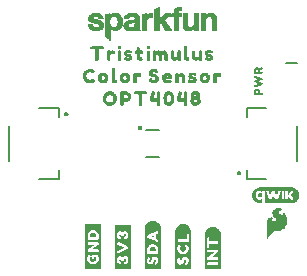
<source format=gto>
G04 EAGLE Gerber RS-274X export*
G75*
%MOMM*%
%FSLAX34Y34*%
%LPD*%
%INSilkscreen Top*%
%IPPOS*%
%AMOC8*
5,1,8,0,0,1.08239X$1,22.5*%
G01*
%ADD10C,0.203200*%
%ADD11C,0.366319*%

G36*
X133526Y20794D02*
X133526Y20794D01*
X133539Y20794D01*
X133839Y21194D01*
X133839Y21202D01*
X133843Y21205D01*
X133839Y21209D01*
X133839Y21216D01*
X133849Y21224D01*
X133849Y55024D01*
X133846Y55028D01*
X133849Y55031D01*
X133649Y56431D01*
X133648Y56432D01*
X133649Y56432D01*
X133549Y57032D01*
X133541Y57039D01*
X133544Y57046D01*
X133245Y57645D01*
X132945Y58343D01*
X132941Y58346D01*
X132942Y58349D01*
X132642Y58849D01*
X132641Y58850D01*
X132641Y58851D01*
X132241Y59451D01*
X132234Y59454D01*
X132235Y59459D01*
X131735Y59959D01*
X131731Y59959D01*
X131731Y59962D01*
X130731Y60762D01*
X130723Y60763D01*
X130722Y60768D01*
X129522Y61368D01*
X129515Y61367D01*
X129514Y61371D01*
X128815Y61571D01*
X128216Y61771D01*
X128209Y61769D01*
X128207Y61773D01*
X127507Y61873D01*
X127502Y61870D01*
X127500Y61873D01*
X126800Y61873D01*
X126796Y61870D01*
X126793Y61873D01*
X126093Y61773D01*
X126092Y61772D01*
X126092Y61773D01*
X125492Y61673D01*
X125489Y61669D01*
X125486Y61671D01*
X124786Y61471D01*
X124785Y61470D01*
X124784Y61471D01*
X124184Y61271D01*
X124181Y61266D01*
X124178Y61268D01*
X123578Y60968D01*
X123576Y60964D01*
X123573Y60965D01*
X122973Y60565D01*
X122972Y60562D01*
X122969Y60562D01*
X122469Y60162D01*
X122468Y60158D01*
X122465Y60159D01*
X121965Y59659D01*
X121965Y59655D01*
X121962Y59655D01*
X121562Y59155D01*
X121561Y59151D01*
X121559Y59151D01*
X121159Y58551D01*
X121159Y58547D01*
X121156Y58546D01*
X120556Y57346D01*
X120557Y57341D01*
X120553Y57340D01*
X120353Y56740D01*
X120355Y56733D01*
X120351Y56731D01*
X120151Y55331D01*
X120154Y55326D01*
X120151Y55324D01*
X120151Y21124D01*
X120170Y21098D01*
X120170Y21085D01*
X120570Y20785D01*
X120592Y20785D01*
X120600Y20775D01*
X133500Y20775D01*
X133526Y20794D01*
G37*
G36*
X83201Y20965D02*
X83201Y20965D01*
X83199Y20968D01*
X83203Y20970D01*
X83303Y21570D01*
X83300Y21575D01*
X83303Y21578D01*
X83303Y58778D01*
X83267Y58825D01*
X83260Y58820D01*
X83254Y58827D01*
X69754Y58827D01*
X69707Y58791D01*
X69709Y58788D01*
X69705Y58786D01*
X69605Y58186D01*
X69608Y58181D01*
X69605Y58178D01*
X69605Y24378D01*
X69610Y24371D01*
X69607Y24362D01*
X69620Y24358D01*
X69641Y24331D01*
X69660Y24345D01*
X69662Y24344D01*
X69625Y24318D01*
X69620Y24301D01*
X69607Y24291D01*
X69612Y24284D01*
X69605Y24278D01*
X69605Y20978D01*
X69641Y20931D01*
X69648Y20936D01*
X69654Y20929D01*
X83154Y20929D01*
X83201Y20965D01*
G37*
G36*
X108238Y21004D02*
X108238Y21004D01*
X108246Y21006D01*
X108446Y21506D01*
X108442Y21519D01*
X108449Y21524D01*
X108449Y58124D01*
X108413Y58171D01*
X108410Y58169D01*
X108408Y58173D01*
X107808Y58273D01*
X107803Y58270D01*
X107800Y58273D01*
X94900Y58273D01*
X94853Y58237D01*
X94855Y58234D01*
X94851Y58232D01*
X94751Y57632D01*
X94754Y57627D01*
X94751Y57624D01*
X94751Y21224D01*
X94780Y21186D01*
X94782Y21178D01*
X95282Y20978D01*
X95295Y20982D01*
X95300Y20975D01*
X108200Y20975D01*
X108238Y21004D01*
G37*
G36*
X159401Y20687D02*
X159401Y20687D01*
X159398Y20691D01*
X159403Y20693D01*
X159503Y21393D01*
X159500Y21398D01*
X159503Y21400D01*
X159503Y52500D01*
X159500Y52504D01*
X159503Y52507D01*
X159403Y53207D01*
X159399Y53211D01*
X159401Y53214D01*
X159201Y53914D01*
X159200Y53915D01*
X159201Y53916D01*
X158801Y55116D01*
X158793Y55121D01*
X158795Y55127D01*
X157995Y56327D01*
X157992Y56328D01*
X157992Y56331D01*
X157592Y56831D01*
X157585Y56833D01*
X157585Y56838D01*
X157085Y57238D01*
X156486Y57738D01*
X156480Y57738D01*
X156479Y57742D01*
X155979Y58042D01*
X155976Y58042D01*
X155976Y58044D01*
X155376Y58344D01*
X155369Y58343D01*
X155368Y58347D01*
X154669Y58547D01*
X154070Y58747D01*
X154063Y58745D01*
X154061Y58749D01*
X152661Y58949D01*
X152652Y58944D01*
X152647Y58949D01*
X151947Y58849D01*
X151946Y58848D01*
X151946Y58849D01*
X151346Y58749D01*
X150647Y58649D01*
X150639Y58641D01*
X150632Y58644D01*
X148832Y57744D01*
X148829Y57737D01*
X148823Y57738D01*
X148323Y57338D01*
X148322Y57334D01*
X148319Y57335D01*
X147319Y56335D01*
X147319Y56331D01*
X147316Y56331D01*
X146916Y55831D01*
X146915Y55823D01*
X146910Y55822D01*
X146310Y54622D01*
X146311Y54615D01*
X146307Y54614D01*
X146107Y53915D01*
X145907Y53316D01*
X145909Y53309D01*
X145905Y53307D01*
X145805Y52607D01*
X145808Y52602D01*
X145805Y52600D01*
X145805Y20800D01*
X145841Y20753D01*
X145844Y20755D01*
X145846Y20751D01*
X146446Y20651D01*
X146451Y20654D01*
X146454Y20651D01*
X159354Y20651D01*
X159401Y20687D01*
G37*
G36*
X184438Y20510D02*
X184438Y20510D01*
X184446Y20512D01*
X184646Y21012D01*
X184642Y21025D01*
X184649Y21030D01*
X184649Y50130D01*
X184646Y50134D01*
X184649Y50137D01*
X184549Y50837D01*
X184545Y50841D01*
X184547Y50844D01*
X184347Y51544D01*
X184346Y51545D01*
X184347Y51546D01*
X183947Y52746D01*
X183939Y52751D01*
X183941Y52757D01*
X183141Y53957D01*
X183138Y53958D01*
X183138Y53961D01*
X182738Y54461D01*
X182731Y54463D01*
X182731Y54468D01*
X182233Y54867D01*
X181735Y55365D01*
X181723Y55366D01*
X181722Y55374D01*
X179922Y56274D01*
X179911Y56272D01*
X179907Y56279D01*
X179207Y56379D01*
X178508Y56479D01*
X177908Y56579D01*
X177898Y56573D01*
X177893Y56579D01*
X177197Y56479D01*
X176500Y56479D01*
X176491Y56472D01*
X176484Y56477D01*
X175885Y56277D01*
X175186Y56077D01*
X175182Y56072D01*
X175178Y56074D01*
X174578Y55774D01*
X174576Y55770D01*
X174573Y55771D01*
X173973Y55371D01*
X173972Y55368D01*
X173969Y55368D01*
X172969Y54568D01*
X172968Y54564D01*
X172965Y54565D01*
X172465Y54065D01*
X172464Y54058D01*
X172459Y54057D01*
X172059Y53457D01*
X172059Y53456D01*
X172058Y53455D01*
X171758Y52955D01*
X171758Y52951D01*
X171757Y52950D01*
X171755Y52949D01*
X171455Y52249D01*
X171456Y52246D01*
X171453Y52246D01*
X171253Y51646D01*
X171254Y51644D01*
X171253Y51644D01*
X171053Y50944D01*
X171056Y50934D01*
X171051Y50930D01*
X171051Y50333D01*
X170951Y49637D01*
X170954Y49632D01*
X170951Y49630D01*
X170951Y20630D01*
X170987Y20583D01*
X170990Y20585D01*
X170992Y20581D01*
X171592Y20481D01*
X171597Y20484D01*
X171600Y20481D01*
X184400Y20481D01*
X184438Y20510D01*
G37*
G36*
X219580Y76900D02*
X219580Y76900D01*
X219602Y76903D01*
X219610Y76920D01*
X219619Y76925D01*
X219617Y76935D01*
X219624Y76950D01*
X219636Y77366D01*
X219636Y77367D01*
X219636Y80546D01*
X219630Y80555D01*
X219633Y80566D01*
X219613Y80582D01*
X219600Y80603D01*
X219589Y80601D01*
X219580Y80608D01*
X219537Y80594D01*
X219532Y80593D01*
X219532Y80592D01*
X219531Y80592D01*
X219214Y80294D01*
X218803Y79979D01*
X218338Y79757D01*
X217835Y79637D01*
X217318Y79603D01*
X216800Y79651D01*
X216295Y79769D01*
X215811Y79954D01*
X215362Y80211D01*
X214976Y80556D01*
X214651Y80960D01*
X214386Y81406D01*
X214179Y81882D01*
X214054Y82388D01*
X213981Y82906D01*
X213945Y83427D01*
X213985Y83948D01*
X214068Y84464D01*
X214200Y84968D01*
X214416Y85440D01*
X214698Y85875D01*
X215040Y86263D01*
X215440Y86590D01*
X215893Y86842D01*
X216386Y87001D01*
X216898Y87089D01*
X217417Y87122D01*
X217932Y87066D01*
X218427Y86917D01*
X218885Y86680D01*
X219290Y86351D01*
X219291Y86350D01*
X219292Y86349D01*
X219536Y86164D01*
X219544Y86164D01*
X219548Y86157D01*
X219576Y86161D01*
X219604Y86159D01*
X219607Y86166D01*
X219615Y86167D01*
X219636Y86214D01*
X219636Y86819D01*
X219647Y87045D01*
X221947Y87045D01*
X221943Y86799D01*
X221951Y86787D01*
X221971Y77141D01*
X221971Y77140D01*
X221971Y77138D01*
X221980Y76948D01*
X221992Y76931D01*
X221995Y76910D01*
X222013Y76902D01*
X222020Y76893D01*
X222029Y76895D01*
X222043Y76889D01*
X244621Y76891D01*
X244623Y76892D01*
X244627Y76891D01*
X245681Y76997D01*
X245684Y76999D01*
X245688Y76998D01*
X246203Y77110D01*
X246206Y77112D01*
X246210Y77111D01*
X247215Y77440D01*
X247219Y77444D01*
X247226Y77445D01*
X248157Y77950D01*
X248159Y77954D01*
X248166Y77956D01*
X248995Y78612D01*
X248996Y78615D01*
X249000Y78617D01*
X249377Y78985D01*
X249378Y78988D01*
X249382Y78990D01*
X250049Y79813D01*
X250049Y79818D01*
X250055Y79822D01*
X250561Y80753D01*
X250560Y80758D01*
X250564Y80762D01*
X250748Y81256D01*
X250747Y81258D01*
X250749Y81260D01*
X250906Y81765D01*
X250905Y81767D01*
X250907Y81769D01*
X251031Y82282D01*
X251029Y82286D01*
X251032Y82290D01*
X251139Y83344D01*
X251136Y83349D01*
X251139Y83356D01*
X251049Y84410D01*
X251048Y84412D01*
X251049Y84416D01*
X250958Y84935D01*
X250956Y84938D01*
X250956Y84943D01*
X250642Y85955D01*
X250638Y85958D01*
X250638Y85966D01*
X250137Y86899D01*
X250134Y86900D01*
X250133Y86905D01*
X249830Y87337D01*
X249828Y87338D01*
X249827Y87341D01*
X249490Y87750D01*
X249489Y87750D01*
X249488Y87752D01*
X249458Y87786D01*
X249401Y87848D01*
X249401Y87849D01*
X249344Y87911D01*
X249287Y87974D01*
X249174Y88099D01*
X249174Y88100D01*
X249134Y88143D01*
X249130Y88144D01*
X249127Y88150D01*
X248310Y88824D01*
X248305Y88824D01*
X248301Y88830D01*
X247376Y89345D01*
X247373Y89345D01*
X247369Y89348D01*
X246883Y89550D01*
X246880Y89550D01*
X246876Y89553D01*
X245862Y89854D01*
X245857Y89853D01*
X245851Y89856D01*
X244796Y89963D01*
X244607Y89982D01*
X244604Y89980D01*
X244601Y89982D01*
X217585Y89982D01*
X217583Y89980D01*
X217579Y89982D01*
X216525Y89877D01*
X216522Y89875D01*
X216519Y89876D01*
X216002Y89772D01*
X216000Y89770D01*
X215995Y89771D01*
X214987Y89448D01*
X214983Y89444D01*
X214976Y89444D01*
X214045Y88938D01*
X214043Y88935D01*
X214037Y88934D01*
X213613Y88620D01*
X213612Y88619D01*
X213610Y88618D01*
X213201Y88281D01*
X213201Y88279D01*
X213198Y88278D01*
X212816Y87915D01*
X212815Y87911D01*
X212811Y87909D01*
X212138Y87091D01*
X212138Y87086D01*
X212132Y87081D01*
X211626Y86150D01*
X211626Y86146D01*
X211623Y86142D01*
X211433Y85651D01*
X211433Y85649D01*
X211431Y85646D01*
X211274Y85141D01*
X211275Y85139D01*
X211273Y85138D01*
X211142Y84626D01*
X211144Y84622D01*
X211141Y84617D01*
X211034Y83563D01*
X211036Y83559D01*
X211034Y83553D01*
X211063Y83026D01*
X211064Y83025D01*
X211063Y83023D01*
X211116Y82496D01*
X211117Y82495D01*
X211117Y82493D01*
X211200Y81972D01*
X211203Y81969D01*
X211202Y81963D01*
X211516Y80951D01*
X211520Y80948D01*
X211521Y80941D01*
X212015Y80005D01*
X212018Y80003D01*
X212018Y79999D01*
X212315Y79563D01*
X212318Y79562D01*
X212319Y79557D01*
X212436Y79420D01*
X212490Y79357D01*
X212543Y79295D01*
X212704Y79106D01*
X212757Y79044D01*
X212811Y78981D01*
X212864Y78918D01*
X213006Y78752D01*
X213010Y78751D01*
X213013Y78745D01*
X213831Y78070D01*
X213835Y78070D01*
X213840Y78064D01*
X214761Y77544D01*
X214764Y77544D01*
X214767Y77541D01*
X215251Y77332D01*
X215254Y77332D01*
X215257Y77329D01*
X216270Y77020D01*
X216275Y77022D01*
X216282Y77018D01*
X217336Y76912D01*
X217338Y76913D01*
X217340Y76912D01*
X217868Y76889D01*
X217869Y76889D01*
X217871Y76889D01*
X219562Y76889D01*
X219580Y76900D01*
G37*
G36*
X223711Y46411D02*
X223711Y46411D01*
X223773Y46413D01*
X223795Y46426D01*
X223821Y46430D01*
X223892Y46478D01*
X223925Y46496D01*
X223931Y46504D01*
X223941Y46511D01*
X224441Y47011D01*
X224460Y47042D01*
X224498Y47084D01*
X224774Y47544D01*
X225241Y48011D01*
X225249Y48024D01*
X225264Y48037D01*
X225753Y48623D01*
X226941Y49811D01*
X226948Y49822D01*
X226961Y49833D01*
X228151Y51222D01*
X229108Y52178D01*
X230006Y52717D01*
X230503Y52800D01*
X232372Y52800D01*
X232398Y52806D01*
X232435Y52805D01*
X233635Y53005D01*
X233650Y53012D01*
X233672Y53013D01*
X234772Y53313D01*
X234789Y53322D01*
X234813Y53327D01*
X235813Y53727D01*
X235835Y53742D01*
X235868Y53754D01*
X236868Y54354D01*
X236888Y54374D01*
X236922Y54394D01*
X237722Y55094D01*
X237729Y55103D01*
X237741Y55111D01*
X238541Y55911D01*
X238552Y55929D01*
X238572Y55947D01*
X239272Y56847D01*
X239283Y56870D01*
X239304Y56895D01*
X240304Y58695D01*
X240315Y58731D01*
X240340Y58783D01*
X240840Y60683D01*
X240841Y60715D01*
X240852Y60758D01*
X240952Y62458D01*
X240945Y62494D01*
X240946Y62550D01*
X240646Y64150D01*
X240637Y64171D01*
X240633Y64200D01*
X240133Y65700D01*
X240114Y65731D01*
X240093Y65784D01*
X239393Y66884D01*
X239374Y66903D01*
X239356Y66933D01*
X239131Y67186D01*
X238793Y67566D01*
X238556Y67833D01*
X238524Y67855D01*
X238474Y67902D01*
X237674Y68402D01*
X237644Y68413D01*
X237624Y68427D01*
X237589Y68433D01*
X237544Y68453D01*
X237527Y68453D01*
X237510Y68458D01*
X237478Y68454D01*
X237472Y68454D01*
X237464Y68452D01*
X237441Y68449D01*
X237371Y68447D01*
X237356Y68438D01*
X237338Y68436D01*
X237308Y68416D01*
X237303Y68415D01*
X237289Y68403D01*
X237280Y68397D01*
X237219Y68364D01*
X237209Y68349D01*
X237194Y68339D01*
X237178Y68311D01*
X237170Y68305D01*
X237156Y68274D01*
X237119Y68222D01*
X237116Y68203D01*
X237108Y68189D01*
X237106Y68163D01*
X237099Y68146D01*
X237100Y68121D01*
X237092Y68080D01*
X237092Y67242D01*
X237020Y67026D01*
X236960Y66905D01*
X236767Y66712D01*
X236610Y66660D01*
X236419Y66660D01*
X235705Y66839D01*
X235363Y67010D01*
X235092Y67191D01*
X234722Y67468D01*
X234168Y68022D01*
X233825Y68536D01*
X233752Y68827D01*
X233752Y69318D01*
X233824Y69534D01*
X233902Y69689D01*
X234052Y69915D01*
X234373Y70155D01*
X234696Y70317D01*
X235147Y70407D01*
X235154Y70411D01*
X235164Y70411D01*
X235519Y70500D01*
X235982Y70500D01*
X236102Y70440D01*
X236117Y70436D01*
X236130Y70427D01*
X236264Y70401D01*
X236271Y70400D01*
X236272Y70400D01*
X236372Y70400D01*
X236397Y70406D01*
X236423Y70403D01*
X236481Y70425D01*
X236541Y70439D01*
X236561Y70456D01*
X236585Y70465D01*
X236627Y70510D01*
X236674Y70549D01*
X236685Y70573D01*
X236702Y70592D01*
X236720Y70651D01*
X236745Y70708D01*
X236744Y70733D01*
X236752Y70758D01*
X236741Y70819D01*
X236739Y70881D01*
X236726Y70903D01*
X236722Y70929D01*
X236674Y71000D01*
X236656Y71033D01*
X236648Y71039D01*
X236641Y71049D01*
X236541Y71149D01*
X236521Y71161D01*
X236500Y71184D01*
X236100Y71484D01*
X236074Y71496D01*
X236042Y71520D01*
X234642Y72220D01*
X234630Y72223D01*
X234621Y72229D01*
X234592Y72235D01*
X234555Y72251D01*
X233655Y72451D01*
X233621Y72451D01*
X233572Y72460D01*
X232572Y72460D01*
X232544Y72454D01*
X232504Y72454D01*
X231404Y72254D01*
X231369Y72239D01*
X231312Y72221D01*
X231297Y72217D01*
X231294Y72215D01*
X231290Y72214D01*
X230190Y71614D01*
X230170Y71596D01*
X230139Y71580D01*
X229239Y70880D01*
X229219Y70856D01*
X229150Y70782D01*
X228650Y69982D01*
X228638Y69948D01*
X228611Y69900D01*
X228311Y69000D01*
X228308Y68963D01*
X228292Y68880D01*
X228292Y68080D01*
X228299Y68047D01*
X228301Y67998D01*
X228501Y67098D01*
X228518Y67062D01*
X228540Y66995D01*
X229040Y66095D01*
X229062Y66071D01*
X229086Y66030D01*
X229786Y65230D01*
X229787Y65229D01*
X229788Y65227D01*
X230588Y64327D01*
X230596Y64322D01*
X230603Y64311D01*
X231245Y63669D01*
X231492Y63011D01*
X231492Y62442D01*
X231333Y61965D01*
X231012Y61564D01*
X230516Y61233D01*
X229825Y61060D01*
X229110Y61060D01*
X228681Y61146D01*
X228286Y61304D01*
X227768Y61822D01*
X227617Y62049D01*
X227552Y62242D01*
X227552Y62518D01*
X227604Y62675D01*
X228077Y63148D01*
X228292Y63219D01*
X228312Y63232D01*
X228342Y63240D01*
X228742Y63440D01*
X228771Y63464D01*
X228841Y63511D01*
X228941Y63611D01*
X228954Y63632D01*
X228973Y63648D01*
X228999Y63705D01*
X229032Y63758D01*
X229035Y63783D01*
X229045Y63806D01*
X229043Y63869D01*
X229049Y63931D01*
X229040Y63954D01*
X229039Y63979D01*
X229009Y64034D01*
X228987Y64093D01*
X228969Y64110D01*
X228957Y64132D01*
X228887Y64186D01*
X228860Y64210D01*
X228851Y64213D01*
X228842Y64220D01*
X228442Y64420D01*
X228427Y64424D01*
X228414Y64433D01*
X228280Y64459D01*
X228274Y64460D01*
X228273Y64460D01*
X228272Y64460D01*
X227072Y64460D01*
X227046Y64454D01*
X227010Y64455D01*
X226410Y64355D01*
X226404Y64353D01*
X226397Y64353D01*
X225897Y64253D01*
X225871Y64241D01*
X225831Y64233D01*
X225331Y64033D01*
X225300Y64011D01*
X225244Y63984D01*
X224844Y63684D01*
X224840Y63680D01*
X224834Y63677D01*
X224334Y63277D01*
X224317Y63254D01*
X224246Y63176D01*
X223646Y62176D01*
X223634Y62140D01*
X223606Y62084D01*
X223406Y61384D01*
X223405Y61359D01*
X223395Y61327D01*
X223295Y60527D01*
X223297Y60506D01*
X223292Y60480D01*
X223292Y46780D01*
X223298Y46755D01*
X223295Y46729D01*
X223317Y46672D01*
X223331Y46611D01*
X223348Y46591D01*
X223357Y46567D01*
X223402Y46525D01*
X223441Y46478D01*
X223465Y46467D01*
X223484Y46450D01*
X223543Y46432D01*
X223600Y46407D01*
X223625Y46408D01*
X223650Y46400D01*
X223711Y46411D01*
G37*
G36*
X90920Y214180D02*
X90920Y214180D01*
X91002Y214181D01*
X91006Y214183D01*
X91011Y214183D01*
X91083Y214222D01*
X91156Y214260D01*
X91159Y214264D01*
X91163Y214266D01*
X91210Y214333D01*
X91259Y214400D01*
X91260Y214404D01*
X91263Y214408D01*
X91290Y214550D01*
X91290Y223732D01*
X91441Y223581D01*
X91457Y223571D01*
X91472Y223553D01*
X91972Y223153D01*
X91993Y223143D01*
X92014Y223124D01*
X92514Y222824D01*
X92547Y222814D01*
X92590Y222789D01*
X93790Y222389D01*
X93815Y222387D01*
X93848Y222375D01*
X94448Y222275D01*
X94474Y222277D01*
X94510Y222270D01*
X95110Y222270D01*
X95121Y222272D01*
X95135Y222271D01*
X96635Y222371D01*
X96673Y222382D01*
X96747Y222395D01*
X98047Y222895D01*
X98077Y222916D01*
X98128Y222939D01*
X99128Y223639D01*
X99147Y223660D01*
X99179Y223681D01*
X100079Y224581D01*
X100097Y224610D01*
X100131Y224646D01*
X100831Y225746D01*
X100840Y225772D01*
X100861Y225804D01*
X101361Y227004D01*
X101367Y227040D01*
X101386Y227096D01*
X101586Y228496D01*
X101585Y228508D01*
X101589Y228523D01*
X101689Y229923D01*
X101687Y229935D01*
X101690Y229950D01*
X101690Y231350D01*
X101683Y231382D01*
X101682Y231430D01*
X101382Y232830D01*
X101371Y232853D01*
X101365Y232887D01*
X100865Y234187D01*
X100850Y234208D01*
X100838Y234242D01*
X100138Y235442D01*
X100113Y235469D01*
X100079Y235519D01*
X99179Y236419D01*
X99150Y236437D01*
X99114Y236471D01*
X98014Y237171D01*
X97984Y237181D01*
X97947Y237205D01*
X96647Y237705D01*
X96610Y237710D01*
X96557Y237727D01*
X94957Y237927D01*
X94918Y237923D01*
X94848Y237925D01*
X93048Y237625D01*
X93011Y237610D01*
X92940Y237590D01*
X92411Y237326D01*
X92340Y237290D01*
X92330Y237282D01*
X92314Y237276D01*
X91314Y236676D01*
X91294Y236656D01*
X91213Y236588D01*
X91090Y236434D01*
X91090Y237150D01*
X91090Y237151D01*
X91090Y237152D01*
X91071Y237232D01*
X91051Y237319D01*
X91050Y237320D01*
X91050Y237321D01*
X90996Y237385D01*
X90941Y237452D01*
X90940Y237453D01*
X90939Y237454D01*
X90860Y237489D01*
X90782Y237523D01*
X90781Y237523D01*
X90780Y237524D01*
X90635Y237523D01*
X90135Y237423D01*
X90128Y237419D01*
X90118Y237419D01*
X89727Y237321D01*
X88772Y237130D01*
X88410Y237130D01*
X88380Y237123D01*
X88335Y237123D01*
X87835Y237023D01*
X87828Y237019D01*
X87818Y237019D01*
X87427Y236921D01*
X86935Y236823D01*
X86923Y236817D01*
X86909Y236817D01*
X86845Y236782D01*
X86778Y236751D01*
X86769Y236740D01*
X86757Y236734D01*
X86715Y236674D01*
X86668Y236617D01*
X86665Y236603D01*
X86657Y236592D01*
X86630Y236450D01*
X86630Y218050D01*
X86647Y217976D01*
X86660Y217901D01*
X86667Y217891D01*
X86669Y217881D01*
X86693Y217852D01*
X86741Y217781D01*
X87241Y217281D01*
X87257Y217271D01*
X87272Y217253D01*
X87756Y216866D01*
X88641Y215981D01*
X88657Y215971D01*
X88672Y215953D01*
X89656Y215166D01*
X90141Y214681D01*
X90157Y214671D01*
X90172Y214653D01*
X90672Y214253D01*
X90677Y214251D01*
X90679Y214248D01*
X90754Y214214D01*
X90829Y214179D01*
X90833Y214179D01*
X90838Y214177D01*
X90920Y214180D01*
G37*
G36*
X107647Y222178D02*
X107647Y222178D01*
X107730Y222189D01*
X107972Y222270D01*
X108610Y222270D01*
X108647Y222278D01*
X108730Y222289D01*
X108972Y222370D01*
X109210Y222370D01*
X109247Y222378D01*
X109330Y222389D01*
X109616Y222485D01*
X110002Y222581D01*
X110014Y222587D01*
X110030Y222589D01*
X110330Y222689D01*
X110363Y222709D01*
X110421Y222734D01*
X110701Y222921D01*
X110800Y222970D01*
X110880Y223010D01*
X110896Y223023D01*
X110921Y223034D01*
X111179Y223205D01*
X111430Y223289D01*
X111463Y223309D01*
X111521Y223334D01*
X111730Y223473D01*
X111730Y223450D01*
X111747Y223376D01*
X111760Y223301D01*
X111767Y223291D01*
X111769Y223281D01*
X111793Y223252D01*
X111841Y223181D01*
X111847Y223175D01*
X111860Y223101D01*
X111867Y223091D01*
X111869Y223081D01*
X111893Y223052D01*
X111930Y222998D01*
X111930Y222950D01*
X111941Y222900D01*
X111943Y222849D01*
X111961Y222817D01*
X111969Y222781D01*
X112002Y222742D01*
X112026Y222697D01*
X112056Y222676D01*
X112079Y222648D01*
X112126Y222627D01*
X112168Y222597D01*
X112210Y222589D01*
X112238Y222577D01*
X112268Y222578D01*
X112310Y222570D01*
X116210Y222570D01*
X116260Y222581D01*
X116311Y222583D01*
X116343Y222601D01*
X116379Y222609D01*
X116418Y222642D01*
X116463Y222666D01*
X116484Y222696D01*
X116512Y222719D01*
X116533Y222766D01*
X116563Y222808D01*
X116571Y222850D01*
X116583Y222878D01*
X116582Y222908D01*
X116590Y222950D01*
X116590Y223050D01*
X116587Y223065D01*
X116589Y223080D01*
X116552Y223212D01*
X116551Y223219D01*
X116550Y223219D01*
X116550Y223220D01*
X116490Y223340D01*
X116490Y223350D01*
X116487Y223365D01*
X116489Y223380D01*
X116452Y223512D01*
X116451Y223519D01*
X116450Y223519D01*
X116450Y223520D01*
X116390Y223640D01*
X116390Y223650D01*
X116387Y223665D01*
X116389Y223680D01*
X116352Y223812D01*
X116351Y223819D01*
X116350Y223819D01*
X116350Y223820D01*
X116290Y223940D01*
X116290Y224250D01*
X116287Y224265D01*
X116289Y224280D01*
X116252Y224412D01*
X116251Y224419D01*
X116250Y224419D01*
X116250Y224420D01*
X116190Y224540D01*
X116190Y233450D01*
X116184Y233476D01*
X116185Y233513D01*
X115985Y234713D01*
X115970Y234749D01*
X115950Y234820D01*
X115757Y235206D01*
X115563Y235691D01*
X115561Y235695D01*
X115560Y235699D01*
X115479Y235819D01*
X114779Y236519D01*
X114759Y236531D01*
X114738Y236554D01*
X114338Y236854D01*
X114312Y236866D01*
X114280Y236890D01*
X113880Y237090D01*
X113866Y237093D01*
X113851Y237103D01*
X113351Y237303D01*
X113329Y237306D01*
X113302Y237319D01*
X112916Y237415D01*
X112330Y237611D01*
X112309Y237613D01*
X112285Y237623D01*
X111785Y237723D01*
X111753Y237722D01*
X111710Y237730D01*
X111241Y237730D01*
X110673Y237825D01*
X110646Y237823D01*
X110610Y237830D01*
X108410Y237830D01*
X108384Y237824D01*
X108348Y237825D01*
X106548Y237525D01*
X106517Y237512D01*
X106469Y237503D01*
X105469Y237103D01*
X105447Y237088D01*
X105414Y237076D01*
X104914Y236776D01*
X104902Y236764D01*
X104882Y236754D01*
X104082Y236154D01*
X104067Y236136D01*
X104041Y236119D01*
X103641Y235719D01*
X103629Y235699D01*
X103606Y235678D01*
X103306Y235278D01*
X103299Y235262D01*
X103284Y235246D01*
X102984Y234746D01*
X102974Y234713D01*
X102949Y234670D01*
X102749Y234070D01*
X102747Y234049D01*
X102741Y234033D01*
X102739Y234030D01*
X102737Y234025D01*
X102637Y233525D01*
X102637Y233515D01*
X102634Y233504D01*
X102534Y232804D01*
X102540Y232727D01*
X102543Y232649D01*
X102548Y232641D01*
X102549Y232631D01*
X102589Y232565D01*
X102626Y232497D01*
X102634Y232492D01*
X102639Y232483D01*
X102705Y232442D01*
X102768Y232397D01*
X102778Y232395D01*
X102785Y232391D01*
X102821Y232387D01*
X102910Y232370D01*
X106810Y232370D01*
X106860Y232381D01*
X106911Y232383D01*
X106943Y232401D01*
X106979Y232409D01*
X107018Y232442D01*
X107063Y232466D01*
X107084Y232496D01*
X107112Y232519D01*
X107133Y232566D01*
X107163Y232608D01*
X107171Y232650D01*
X107183Y232678D01*
X107182Y232708D01*
X107190Y232750D01*
X107190Y232960D01*
X107250Y233080D01*
X107254Y233095D01*
X107263Y233108D01*
X107289Y233242D01*
X107290Y233249D01*
X107290Y233250D01*
X107290Y233460D01*
X107423Y233725D01*
X107935Y234238D01*
X108200Y234370D01*
X108310Y234370D01*
X108347Y234378D01*
X108430Y234389D01*
X108672Y234470D01*
X109110Y234470D01*
X109147Y234478D01*
X109230Y234489D01*
X109381Y234539D01*
X109440Y234510D01*
X109455Y234506D01*
X109468Y234497D01*
X109602Y234471D01*
X109609Y234470D01*
X109610Y234470D01*
X110220Y234470D01*
X110340Y234410D01*
X110355Y234406D01*
X110368Y234397D01*
X110502Y234371D01*
X110509Y234370D01*
X110510Y234370D01*
X110620Y234370D01*
X111085Y234138D01*
X111298Y233925D01*
X111430Y233660D01*
X111430Y233550D01*
X111438Y233513D01*
X111449Y233430D01*
X111530Y233188D01*
X111530Y232988D01*
X111454Y232609D01*
X111238Y232322D01*
X110931Y232091D01*
X110422Y231922D01*
X109759Y231827D01*
X108967Y231728D01*
X108068Y231628D01*
X108051Y231622D01*
X108028Y231621D01*
X107145Y231425D01*
X106363Y231327D01*
X106348Y231322D01*
X106328Y231321D01*
X105428Y231121D01*
X105407Y231111D01*
X105377Y231106D01*
X104577Y230806D01*
X104555Y230791D01*
X104521Y230780D01*
X103821Y230380D01*
X103793Y230354D01*
X103741Y230319D01*
X103141Y229719D01*
X103127Y229696D01*
X103101Y229671D01*
X102601Y228971D01*
X102586Y228935D01*
X102549Y228870D01*
X102249Y227970D01*
X102248Y227953D01*
X102245Y227946D01*
X102245Y227932D01*
X102231Y227884D01*
X102131Y226784D01*
X102133Y226769D01*
X102130Y226750D01*
X102130Y226250D01*
X102137Y226220D01*
X102137Y226175D01*
X102237Y225675D01*
X102241Y225668D01*
X102241Y225658D01*
X102441Y224858D01*
X102457Y224828D01*
X102470Y224780D01*
X102670Y224380D01*
X102688Y224358D01*
X102706Y224322D01*
X103006Y223922D01*
X103024Y223907D01*
X103041Y223881D01*
X103641Y223281D01*
X103668Y223265D01*
X103699Y223234D01*
X103999Y223034D01*
X104019Y223026D01*
X104040Y223010D01*
X104840Y222610D01*
X104873Y222602D01*
X104918Y222581D01*
X105277Y222491D01*
X105640Y222310D01*
X105655Y222306D01*
X105668Y222297D01*
X105802Y222271D01*
X105809Y222270D01*
X105810Y222270D01*
X106272Y222270D01*
X106735Y222177D01*
X106767Y222178D01*
X106810Y222170D01*
X107610Y222170D01*
X107647Y222178D01*
G37*
G36*
X132460Y222581D02*
X132460Y222581D01*
X132511Y222583D01*
X132543Y222601D01*
X132579Y222609D01*
X132618Y222642D01*
X132663Y222666D01*
X132684Y222696D01*
X132712Y222719D01*
X132733Y222766D01*
X132763Y222808D01*
X132771Y222850D01*
X132783Y222878D01*
X132782Y222908D01*
X132790Y222950D01*
X132790Y227693D01*
X133837Y228739D01*
X137485Y222752D01*
X137510Y222727D01*
X137526Y222697D01*
X137569Y222667D01*
X137607Y222629D01*
X137640Y222617D01*
X137668Y222597D01*
X137734Y222585D01*
X137770Y222572D01*
X137788Y222574D01*
X137810Y222570D01*
X142510Y222570D01*
X142582Y222587D01*
X142654Y222598D01*
X142665Y222606D01*
X142679Y222609D01*
X142735Y222656D01*
X142795Y222699D01*
X142802Y222711D01*
X142812Y222719D01*
X142842Y222787D01*
X142877Y222851D01*
X142878Y222865D01*
X142883Y222878D01*
X142880Y222951D01*
X142883Y223024D01*
X142877Y223038D01*
X142877Y223051D01*
X142858Y223085D01*
X142828Y223158D01*
X137099Y231897D01*
X142176Y236879D01*
X142191Y236902D01*
X142212Y236919D01*
X142237Y236974D01*
X142269Y237025D01*
X142272Y237052D01*
X142283Y237078D01*
X142281Y237138D01*
X142287Y237197D01*
X142278Y237223D01*
X142277Y237251D01*
X142248Y237303D01*
X142227Y237360D01*
X142207Y237379D01*
X142194Y237403D01*
X142145Y237437D01*
X142101Y237479D01*
X142075Y237487D01*
X142052Y237503D01*
X141972Y237518D01*
X141936Y237529D01*
X141924Y237528D01*
X141910Y237530D01*
X137310Y237530D01*
X137232Y237512D01*
X137154Y237497D01*
X137148Y237492D01*
X137141Y237491D01*
X137116Y237470D01*
X137036Y237413D01*
X132790Y232995D01*
X132790Y242550D01*
X132776Y242612D01*
X132769Y242674D01*
X132756Y242695D01*
X132751Y242719D01*
X132710Y242768D01*
X132677Y242821D01*
X132656Y242834D01*
X132641Y242852D01*
X132583Y242878D01*
X132529Y242911D01*
X132505Y242913D01*
X132482Y242923D01*
X132419Y242921D01*
X132356Y242926D01*
X132331Y242918D01*
X132309Y242917D01*
X132276Y242899D01*
X132219Y242879D01*
X128419Y240679D01*
X128391Y240652D01*
X128357Y240634D01*
X128329Y240594D01*
X128293Y240560D01*
X128280Y240524D01*
X128257Y240492D01*
X128246Y240433D01*
X128233Y240398D01*
X128235Y240377D01*
X128230Y240350D01*
X128230Y222950D01*
X128241Y222900D01*
X128243Y222849D01*
X128261Y222817D01*
X128269Y222781D01*
X128302Y222742D01*
X128326Y222697D01*
X128356Y222676D01*
X128379Y222648D01*
X128426Y222627D01*
X128468Y222597D01*
X128510Y222589D01*
X128538Y222577D01*
X128568Y222578D01*
X128610Y222570D01*
X132410Y222570D01*
X132460Y222581D01*
G37*
G36*
X171860Y222581D02*
X171860Y222581D01*
X171911Y222583D01*
X171943Y222601D01*
X171979Y222609D01*
X172018Y222642D01*
X172063Y222666D01*
X172084Y222696D01*
X172112Y222719D01*
X172133Y222766D01*
X172163Y222808D01*
X172171Y222850D01*
X172183Y222878D01*
X172182Y222908D01*
X172190Y222950D01*
X172190Y231308D01*
X172379Y232156D01*
X172562Y232797D01*
X172823Y233232D01*
X173164Y233659D01*
X173540Y233884D01*
X174806Y234065D01*
X175856Y233890D01*
X176138Y233678D01*
X176394Y233338D01*
X176662Y232890D01*
X176838Y232362D01*
X176930Y231723D01*
X176930Y222950D01*
X176941Y222900D01*
X176943Y222849D01*
X176961Y222817D01*
X176969Y222781D01*
X177002Y222742D01*
X177026Y222697D01*
X177056Y222676D01*
X177079Y222648D01*
X177126Y222627D01*
X177168Y222597D01*
X177210Y222589D01*
X177238Y222577D01*
X177268Y222578D01*
X177310Y222570D01*
X181210Y222570D01*
X181260Y222581D01*
X181311Y222583D01*
X181343Y222601D01*
X181379Y222609D01*
X181418Y222642D01*
X181463Y222666D01*
X181484Y222696D01*
X181512Y222719D01*
X181533Y222766D01*
X181563Y222808D01*
X181571Y222850D01*
X181583Y222878D01*
X181582Y222908D01*
X181590Y222950D01*
X181590Y231650D01*
X181587Y231663D01*
X181589Y231679D01*
X181489Y232979D01*
X181488Y232982D01*
X181489Y232984D01*
X181389Y234084D01*
X181376Y234122D01*
X181363Y234191D01*
X180963Y235191D01*
X180951Y235209D01*
X180942Y235235D01*
X180442Y236135D01*
X180416Y236163D01*
X180379Y236219D01*
X179779Y236819D01*
X179746Y236839D01*
X179695Y236882D01*
X178795Y237382D01*
X178758Y237393D01*
X178702Y237419D01*
X177502Y237719D01*
X177485Y237719D01*
X177464Y237726D01*
X176064Y237926D01*
X176025Y237923D01*
X175948Y237925D01*
X174748Y237725D01*
X174724Y237715D01*
X174690Y237711D01*
X173490Y237311D01*
X173461Y237293D01*
X173414Y237276D01*
X172914Y236976D01*
X172908Y236970D01*
X172899Y236966D01*
X172299Y236566D01*
X172273Y236538D01*
X172213Y236488D01*
X171990Y236209D01*
X171990Y237150D01*
X171979Y237200D01*
X171977Y237251D01*
X171959Y237283D01*
X171951Y237319D01*
X171918Y237358D01*
X171894Y237403D01*
X171864Y237424D01*
X171841Y237452D01*
X171794Y237473D01*
X171752Y237503D01*
X171710Y237511D01*
X171682Y237523D01*
X171652Y237522D01*
X171610Y237530D01*
X168010Y237530D01*
X167970Y237521D01*
X167930Y237522D01*
X167887Y237502D01*
X167841Y237491D01*
X167810Y237465D01*
X167773Y237448D01*
X167744Y237411D01*
X167708Y237381D01*
X167691Y237344D01*
X167666Y237312D01*
X167652Y237256D01*
X167637Y237222D01*
X167638Y237200D01*
X167630Y237171D01*
X167530Y235371D01*
X167532Y235362D01*
X167530Y235350D01*
X167530Y222950D01*
X167541Y222900D01*
X167543Y222849D01*
X167561Y222817D01*
X167569Y222781D01*
X167602Y222742D01*
X167626Y222697D01*
X167656Y222676D01*
X167679Y222648D01*
X167726Y222627D01*
X167768Y222597D01*
X167810Y222589D01*
X167838Y222577D01*
X167868Y222578D01*
X167910Y222570D01*
X171810Y222570D01*
X171860Y222581D01*
G37*
G36*
X158464Y222274D02*
X158464Y222274D01*
X158468Y222275D01*
X158473Y222275D01*
X159073Y222375D01*
X159096Y222385D01*
X159130Y222389D01*
X160330Y222789D01*
X160359Y222807D01*
X160406Y222824D01*
X160906Y223124D01*
X160932Y223149D01*
X160979Y223181D01*
X161464Y223666D01*
X161730Y223879D01*
X161730Y222950D01*
X161741Y222900D01*
X161743Y222849D01*
X161761Y222817D01*
X161769Y222781D01*
X161802Y222742D01*
X161826Y222697D01*
X161856Y222676D01*
X161879Y222648D01*
X161926Y222627D01*
X161968Y222597D01*
X162010Y222589D01*
X162038Y222577D01*
X162068Y222578D01*
X162110Y222570D01*
X165810Y222570D01*
X165860Y222581D01*
X165911Y222583D01*
X165943Y222601D01*
X165979Y222609D01*
X166018Y222642D01*
X166063Y222666D01*
X166084Y222696D01*
X166112Y222719D01*
X166133Y222766D01*
X166163Y222808D01*
X166171Y222850D01*
X166183Y222878D01*
X166182Y222908D01*
X166190Y222950D01*
X166190Y237150D01*
X166179Y237200D01*
X166177Y237251D01*
X166159Y237283D01*
X166151Y237319D01*
X166118Y237358D01*
X166094Y237403D01*
X166064Y237424D01*
X166041Y237452D01*
X165994Y237473D01*
X165952Y237503D01*
X165910Y237511D01*
X165882Y237523D01*
X165852Y237522D01*
X165810Y237530D01*
X162010Y237530D01*
X161960Y237519D01*
X161909Y237517D01*
X161877Y237499D01*
X161841Y237491D01*
X161802Y237458D01*
X161757Y237434D01*
X161736Y237404D01*
X161708Y237381D01*
X161687Y237334D01*
X161657Y237292D01*
X161649Y237250D01*
X161637Y237222D01*
X161638Y237192D01*
X161630Y237150D01*
X161630Y229769D01*
X161532Y228790D01*
X161436Y227924D01*
X161258Y227303D01*
X161008Y226886D01*
X160574Y226452D01*
X160176Y226213D01*
X159653Y226126D01*
X159010Y226034D01*
X158374Y226125D01*
X157969Y226206D01*
X157660Y226438D01*
X157334Y226764D01*
X157167Y227181D01*
X156982Y227738D01*
X156890Y228377D01*
X156890Y237150D01*
X156879Y237200D01*
X156877Y237251D01*
X156859Y237283D01*
X156851Y237319D01*
X156818Y237358D01*
X156794Y237403D01*
X156764Y237424D01*
X156741Y237452D01*
X156694Y237473D01*
X156652Y237503D01*
X156610Y237511D01*
X156582Y237523D01*
X156552Y237522D01*
X156510Y237530D01*
X152610Y237530D01*
X152560Y237519D01*
X152509Y237517D01*
X152477Y237499D01*
X152441Y237491D01*
X152402Y237458D01*
X152357Y237434D01*
X152336Y237404D01*
X152308Y237381D01*
X152287Y237334D01*
X152257Y237292D01*
X152249Y237250D01*
X152237Y237222D01*
X152238Y237192D01*
X152230Y237150D01*
X152230Y227150D01*
X152236Y227122D01*
X152236Y227082D01*
X152436Y225982D01*
X152443Y225965D01*
X152446Y225941D01*
X152746Y224941D01*
X152762Y224912D01*
X152778Y224865D01*
X153278Y223965D01*
X153297Y223944D01*
X153363Y223861D01*
X154063Y223261D01*
X154091Y223247D01*
X154125Y223218D01*
X155025Y222718D01*
X155060Y222708D01*
X155110Y222683D01*
X156210Y222383D01*
X156231Y222382D01*
X156256Y222374D01*
X157656Y222174D01*
X157695Y222177D01*
X157764Y222174D01*
X158464Y222274D01*
G37*
G36*
X80136Y222276D02*
X80136Y222276D01*
X80173Y222275D01*
X81373Y222475D01*
X81400Y222486D01*
X81440Y222493D01*
X82540Y222893D01*
X82556Y222903D01*
X82580Y222910D01*
X82900Y223070D01*
X83580Y223410D01*
X83602Y223428D01*
X83638Y223446D01*
X84438Y224046D01*
X84460Y224072D01*
X84526Y224139D01*
X85126Y225039D01*
X85134Y225059D01*
X85150Y225080D01*
X85650Y226080D01*
X85650Y226081D01*
X85651Y226081D01*
X85689Y226221D01*
X85789Y227521D01*
X85785Y227550D01*
X85788Y227592D01*
X85688Y228492D01*
X85676Y228527D01*
X85666Y228584D01*
X85366Y229384D01*
X85347Y229413D01*
X85326Y229461D01*
X84926Y230061D01*
X84898Y230088D01*
X84853Y230142D01*
X84253Y230642D01*
X84228Y230655D01*
X84199Y230680D01*
X83499Y231080D01*
X83480Y231086D01*
X83460Y231100D01*
X82760Y231400D01*
X82752Y231401D01*
X82744Y231406D01*
X81944Y231706D01*
X81920Y231709D01*
X81893Y231721D01*
X80998Y231920D01*
X80202Y232119D01*
X80182Y232119D01*
X80157Y232127D01*
X79386Y232224D01*
X78023Y232613D01*
X77489Y232791D01*
X77182Y233022D01*
X76966Y233309D01*
X76900Y233641D01*
X76975Y233944D01*
X77030Y234106D01*
X77479Y234405D01*
X77672Y234470D01*
X78010Y234470D01*
X78047Y234478D01*
X78130Y234489D01*
X78372Y234570D01*
X79172Y234570D01*
X79627Y234479D01*
X79977Y234391D01*
X80285Y234238D01*
X80767Y233756D01*
X80839Y233467D01*
X80937Y232975D01*
X80943Y232963D01*
X80943Y232949D01*
X80979Y232885D01*
X81009Y232818D01*
X81020Y232809D01*
X81026Y232797D01*
X81086Y232755D01*
X81143Y232708D01*
X81157Y232705D01*
X81168Y232697D01*
X81310Y232670D01*
X85010Y232670D01*
X85093Y232689D01*
X85175Y232707D01*
X85176Y232709D01*
X85179Y232709D01*
X85244Y232763D01*
X85310Y232816D01*
X85311Y232818D01*
X85312Y232819D01*
X85347Y232896D01*
X85382Y232973D01*
X85382Y232976D01*
X85383Y232978D01*
X85383Y232994D01*
X85384Y233118D01*
X85184Y234218D01*
X85171Y234247D01*
X85163Y234291D01*
X84763Y235291D01*
X84743Y235320D01*
X84696Y235400D01*
X83996Y236200D01*
X83983Y236210D01*
X83982Y236212D01*
X83967Y236223D01*
X83938Y236254D01*
X83138Y236854D01*
X83117Y236863D01*
X83095Y236882D01*
X82195Y237382D01*
X82162Y237392D01*
X82119Y237414D01*
X81119Y237714D01*
X81088Y237716D01*
X81044Y237729D01*
X78844Y237929D01*
X78817Y237925D01*
X78778Y237929D01*
X77578Y237829D01*
X77577Y237829D01*
X77576Y237829D01*
X76476Y237729D01*
X76445Y237719D01*
X76401Y237714D01*
X75401Y237414D01*
X75372Y237398D01*
X75325Y237382D01*
X74425Y236882D01*
X74409Y236867D01*
X74382Y236854D01*
X73582Y236254D01*
X73560Y236228D01*
X73521Y236197D01*
X72921Y235497D01*
X72904Y235465D01*
X72857Y235391D01*
X72457Y234391D01*
X72452Y234357D01*
X72434Y234308D01*
X72234Y233008D01*
X72237Y232969D01*
X72233Y232903D01*
X72333Y232103D01*
X72342Y232079D01*
X72343Y232056D01*
X72350Y232043D01*
X72354Y232017D01*
X72654Y231217D01*
X72659Y231210D01*
X72660Y231201D01*
X72741Y231081D01*
X73741Y230081D01*
X73774Y230061D01*
X73821Y230020D01*
X74521Y229620D01*
X74547Y229612D01*
X74577Y229594D01*
X75377Y229294D01*
X75395Y229292D01*
X75418Y229281D01*
X76197Y229086D01*
X76977Y228794D01*
X77003Y228791D01*
X77035Y228777D01*
X78032Y228578D01*
X78916Y228381D01*
X80257Y227998D01*
X80674Y227748D01*
X80915Y227508D01*
X81057Y227294D01*
X81130Y227003D01*
X81130Y226640D01*
X80998Y226375D01*
X80516Y225893D01*
X80218Y225819D01*
X80198Y225809D01*
X80169Y225803D01*
X79737Y225630D01*
X79410Y225630D01*
X79374Y225622D01*
X79318Y225619D01*
X78994Y225538D01*
X78479Y225624D01*
X78019Y225716D01*
X77098Y226084D01*
X76823Y226290D01*
X76663Y226691D01*
X76655Y226703D01*
X76650Y226720D01*
X76476Y227069D01*
X76385Y227613D01*
X76377Y227631D01*
X76377Y227651D01*
X76344Y227710D01*
X76318Y227772D01*
X76303Y227786D01*
X76294Y227803D01*
X76239Y227842D01*
X76188Y227886D01*
X76168Y227891D01*
X76152Y227903D01*
X76047Y227923D01*
X76020Y227930D01*
X76016Y227929D01*
X76010Y227930D01*
X72310Y227930D01*
X72230Y227912D01*
X72150Y227895D01*
X72146Y227892D01*
X72141Y227891D01*
X72078Y227839D01*
X72014Y227789D01*
X72012Y227784D01*
X72008Y227781D01*
X71974Y227706D01*
X71939Y227632D01*
X71939Y227627D01*
X71937Y227622D01*
X71938Y227595D01*
X71935Y227488D01*
X72135Y226288D01*
X72146Y226260D01*
X72153Y226220D01*
X72553Y225120D01*
X72574Y225088D01*
X72610Y225017D01*
X73310Y224117D01*
X73340Y224093D01*
X73382Y224046D01*
X74182Y223446D01*
X74208Y223434D01*
X74240Y223410D01*
X75240Y222910D01*
X75259Y222905D01*
X75280Y222893D01*
X76380Y222493D01*
X76409Y222489D01*
X76448Y222475D01*
X77648Y222275D01*
X77674Y222277D01*
X77710Y222270D01*
X80110Y222270D01*
X80136Y222276D01*
G37*
G36*
X148860Y222581D02*
X148860Y222581D01*
X148911Y222583D01*
X148943Y222601D01*
X148979Y222609D01*
X149018Y222642D01*
X149063Y222666D01*
X149084Y222696D01*
X149112Y222719D01*
X149133Y222766D01*
X149163Y222808D01*
X149171Y222850D01*
X149183Y222878D01*
X149182Y222908D01*
X149190Y222950D01*
X149190Y234170D01*
X151510Y234170D01*
X151560Y234181D01*
X151611Y234183D01*
X151643Y234201D01*
X151679Y234209D01*
X151718Y234242D01*
X151763Y234266D01*
X151784Y234296D01*
X151812Y234319D01*
X151833Y234366D01*
X151863Y234408D01*
X151871Y234450D01*
X151883Y234478D01*
X151882Y234508D01*
X151890Y234550D01*
X151890Y237150D01*
X151879Y237200D01*
X151877Y237251D01*
X151859Y237283D01*
X151851Y237319D01*
X151818Y237358D01*
X151794Y237403D01*
X151764Y237424D01*
X151741Y237452D01*
X151694Y237473D01*
X151652Y237503D01*
X151610Y237511D01*
X151582Y237523D01*
X151552Y237522D01*
X151510Y237530D01*
X149190Y237530D01*
X149190Y238303D01*
X149269Y238617D01*
X149350Y238780D01*
X149356Y238803D01*
X149371Y238830D01*
X149421Y238980D01*
X149456Y238998D01*
X149972Y239170D01*
X151710Y239170D01*
X151760Y239181D01*
X151811Y239183D01*
X151843Y239201D01*
X151879Y239209D01*
X151918Y239242D01*
X151963Y239266D01*
X151984Y239296D01*
X152012Y239319D01*
X152033Y239366D01*
X152063Y239408D01*
X152071Y239450D01*
X152083Y239478D01*
X152082Y239508D01*
X152090Y239550D01*
X152090Y242450D01*
X152079Y242500D01*
X152077Y242551D01*
X152059Y242583D01*
X152051Y242619D01*
X152018Y242658D01*
X151994Y242703D01*
X151964Y242724D01*
X151941Y242752D01*
X151894Y242773D01*
X151852Y242803D01*
X151810Y242811D01*
X151782Y242823D01*
X151752Y242822D01*
X151710Y242830D01*
X150772Y242830D01*
X150530Y242911D01*
X150493Y242914D01*
X150410Y242930D01*
X149610Y242930D01*
X149595Y242927D01*
X149576Y242929D01*
X148476Y242829D01*
X148445Y242819D01*
X148401Y242814D01*
X147401Y242514D01*
X147391Y242508D01*
X147377Y242506D01*
X146577Y242206D01*
X146570Y242201D01*
X146561Y242200D01*
X146441Y242119D01*
X145841Y241519D01*
X145833Y241506D01*
X145818Y241493D01*
X145318Y240893D01*
X145305Y240868D01*
X145280Y240839D01*
X144880Y240139D01*
X144869Y240102D01*
X144841Y240042D01*
X144641Y239242D01*
X144641Y239220D01*
X144632Y239192D01*
X144532Y238292D01*
X144534Y238273D01*
X144530Y238250D01*
X144530Y237530D01*
X143710Y237530D01*
X143694Y237527D01*
X143678Y237529D01*
X143611Y237507D01*
X143541Y237491D01*
X143529Y237480D01*
X143513Y237475D01*
X143417Y237388D01*
X143408Y237381D01*
X143407Y237379D01*
X143406Y237378D01*
X143138Y237022D01*
X142782Y236754D01*
X142767Y236736D01*
X142741Y236719D01*
X142141Y236119D01*
X142129Y236099D01*
X142106Y236078D01*
X141838Y235722D01*
X141482Y235454D01*
X141467Y235436D01*
X141441Y235419D01*
X140841Y234819D01*
X140828Y234797D01*
X140808Y234781D01*
X140782Y234724D01*
X140750Y234672D01*
X140747Y234646D01*
X140737Y234622D01*
X140739Y234561D01*
X140733Y234499D01*
X140742Y234475D01*
X140743Y234449D01*
X140773Y234395D01*
X140795Y234337D01*
X140814Y234320D01*
X140826Y234297D01*
X140877Y234262D01*
X140922Y234220D01*
X140947Y234212D01*
X140968Y234197D01*
X141052Y234181D01*
X141088Y234170D01*
X141098Y234172D01*
X141110Y234170D01*
X144530Y234170D01*
X144530Y222950D01*
X144541Y222900D01*
X144543Y222849D01*
X144561Y222817D01*
X144569Y222781D01*
X144602Y222742D01*
X144626Y222697D01*
X144656Y222676D01*
X144679Y222648D01*
X144726Y222627D01*
X144768Y222597D01*
X144810Y222589D01*
X144838Y222577D01*
X144868Y222578D01*
X144910Y222570D01*
X148810Y222570D01*
X148860Y222581D01*
G37*
G36*
X91004Y159154D02*
X91004Y159154D01*
X91006Y159151D01*
X91806Y159251D01*
X91809Y159254D01*
X91812Y159252D01*
X92612Y159452D01*
X92615Y159456D01*
X92617Y159454D01*
X93417Y159754D01*
X93422Y159762D01*
X93429Y159760D01*
X94129Y160260D01*
X94129Y160263D01*
X94132Y160262D01*
X94732Y160762D01*
X94733Y160768D01*
X94737Y160768D01*
X95337Y161468D01*
X95338Y161471D01*
X95340Y161471D01*
X95840Y162171D01*
X95840Y162179D01*
X95845Y162181D01*
X96145Y162881D01*
X96145Y162882D01*
X96146Y162883D01*
X96446Y163683D01*
X96444Y163691D01*
X96449Y163695D01*
X96549Y164594D01*
X96649Y165394D01*
X96645Y165401D01*
X96649Y165405D01*
X96549Y166305D01*
X96545Y166309D01*
X96548Y166312D01*
X96348Y167112D01*
X96344Y167115D01*
X96346Y167117D01*
X96046Y167917D01*
X96041Y167920D01*
X96043Y167924D01*
X95643Y168624D01*
X95639Y168626D01*
X95640Y168629D01*
X95140Y169329D01*
X95134Y169330D01*
X95135Y169335D01*
X94535Y169935D01*
X94529Y169936D01*
X94529Y169940D01*
X93829Y170440D01*
X93825Y170440D01*
X93824Y170443D01*
X93124Y170843D01*
X93119Y170842D01*
X93117Y170846D01*
X92317Y171146D01*
X92313Y171145D01*
X92312Y171148D01*
X91512Y171348D01*
X91507Y171346D01*
X91505Y171349D01*
X90605Y171449D01*
X90596Y171443D01*
X90590Y171448D01*
X90092Y171349D01*
X89294Y171249D01*
X89291Y171246D01*
X89288Y171248D01*
X88488Y171048D01*
X88483Y171042D01*
X88478Y171044D01*
X87678Y170644D01*
X87675Y170639D01*
X87671Y170640D01*
X86971Y170140D01*
X86970Y170134D01*
X86965Y170135D01*
X86365Y169535D01*
X86365Y169531D01*
X86362Y169532D01*
X85862Y168932D01*
X85862Y168929D01*
X85860Y168929D01*
X85360Y168229D01*
X85360Y168219D01*
X85354Y168217D01*
X85054Y167417D01*
X85055Y167413D01*
X85052Y167412D01*
X84852Y166612D01*
X84854Y166607D01*
X84851Y166605D01*
X84751Y165705D01*
X84753Y165702D01*
X84751Y165700D01*
X84751Y164800D01*
X84754Y164796D01*
X84751Y164794D01*
X84851Y163994D01*
X84854Y163991D01*
X84852Y163988D01*
X85052Y163188D01*
X85057Y163184D01*
X85055Y163181D01*
X85355Y162481D01*
X85398Y162456D01*
X85374Y162442D01*
X85367Y162424D01*
X85355Y162415D01*
X85361Y162407D01*
X85353Y162387D01*
X85363Y162382D01*
X85360Y162371D01*
X85860Y161671D01*
X85863Y161671D01*
X85862Y161668D01*
X86362Y161068D01*
X86368Y161067D01*
X86368Y161063D01*
X87068Y160463D01*
X87071Y160462D01*
X87071Y160460D01*
X87771Y159960D01*
X87775Y159960D01*
X87776Y159957D01*
X88476Y159557D01*
X88481Y159558D01*
X88483Y159554D01*
X89283Y159254D01*
X89291Y159256D01*
X89294Y159251D01*
X90094Y159151D01*
X90098Y159153D01*
X90100Y159151D01*
X91000Y159151D01*
X91004Y159154D01*
G37*
G36*
X141307Y159156D02*
X141307Y159156D01*
X141312Y159152D01*
X142112Y159352D01*
X142117Y159358D01*
X142122Y159356D01*
X142922Y159756D01*
X142927Y159766D01*
X142935Y159765D01*
X143535Y160365D01*
X143535Y160369D01*
X143538Y160368D01*
X144038Y160968D01*
X144038Y160973D01*
X144041Y160973D01*
X144441Y161573D01*
X144440Y161581D01*
X144446Y161583D01*
X144746Y162383D01*
X144745Y162386D01*
X144748Y162388D01*
X144948Y163188D01*
X144946Y163193D01*
X144949Y163195D01*
X145149Y164995D01*
X145147Y164998D01*
X145149Y165000D01*
X145149Y165900D01*
X145147Y165903D01*
X145149Y165905D01*
X145049Y166805D01*
X145045Y166809D01*
X145048Y166812D01*
X144648Y168412D01*
X144644Y168415D01*
X144646Y168417D01*
X144346Y169217D01*
X144338Y169222D01*
X144340Y169229D01*
X143840Y169929D01*
X143837Y169929D01*
X143838Y169932D01*
X143338Y170532D01*
X143327Y170534D01*
X143326Y170542D01*
X142526Y171042D01*
X142525Y171042D01*
X142524Y171043D01*
X141824Y171443D01*
X141811Y171441D01*
X141806Y171449D01*
X141006Y171549D01*
X141002Y171547D01*
X141000Y171549D01*
X140000Y171549D01*
X139993Y171544D01*
X139988Y171548D01*
X139188Y171348D01*
X139184Y171343D01*
X139181Y171345D01*
X138481Y171045D01*
X138479Y171043D01*
X138478Y171044D01*
X137678Y170644D01*
X137669Y170627D01*
X137658Y170625D01*
X137358Y170126D01*
X136959Y169527D01*
X136959Y169523D01*
X136956Y169522D01*
X136556Y168722D01*
X136556Y168719D01*
X136555Y168719D01*
X136556Y168718D01*
X136554Y168717D01*
X136254Y167917D01*
X136255Y167913D01*
X136252Y167912D01*
X136052Y167112D01*
X136054Y167107D01*
X136051Y167105D01*
X135951Y166205D01*
X135953Y166202D01*
X135951Y166200D01*
X135951Y165300D01*
X135953Y165297D01*
X135951Y165295D01*
X136051Y164397D01*
X136051Y163500D01*
X136056Y163493D01*
X136052Y163488D01*
X136252Y162688D01*
X136256Y162685D01*
X136254Y162683D01*
X136554Y161883D01*
X136555Y161882D01*
X136555Y161881D01*
X136855Y161181D01*
X136862Y161177D01*
X136860Y161171D01*
X137360Y160471D01*
X137369Y160469D01*
X137368Y160462D01*
X137968Y159962D01*
X137974Y159962D01*
X137974Y159958D01*
X138774Y159458D01*
X138784Y159459D01*
X138786Y159453D01*
X139486Y159253D01*
X139492Y159255D01*
X139495Y159251D01*
X140395Y159151D01*
X140398Y159153D01*
X140400Y159151D01*
X141300Y159151D01*
X141307Y159156D01*
G37*
G36*
X121860Y222581D02*
X121860Y222581D01*
X121911Y222583D01*
X121943Y222601D01*
X121979Y222609D01*
X122018Y222642D01*
X122063Y222666D01*
X122084Y222696D01*
X122112Y222719D01*
X122133Y222766D01*
X122163Y222808D01*
X122171Y222850D01*
X122183Y222878D01*
X122182Y222908D01*
X122190Y222950D01*
X122190Y230208D01*
X122374Y231033D01*
X122931Y232333D01*
X123452Y232855D01*
X123966Y233197D01*
X124675Y233374D01*
X125629Y233470D01*
X126620Y233470D01*
X126740Y233410D01*
X126755Y233406D01*
X126768Y233397D01*
X126902Y233371D01*
X126909Y233370D01*
X126910Y233370D01*
X127010Y233370D01*
X127060Y233381D01*
X127111Y233383D01*
X127143Y233401D01*
X127179Y233409D01*
X127218Y233442D01*
X127263Y233466D01*
X127284Y233496D01*
X127312Y233519D01*
X127333Y233566D01*
X127363Y233608D01*
X127371Y233650D01*
X127383Y233678D01*
X127382Y233708D01*
X127390Y233750D01*
X127390Y237350D01*
X127373Y237424D01*
X127360Y237499D01*
X127353Y237509D01*
X127351Y237519D01*
X127327Y237548D01*
X127279Y237619D01*
X127179Y237719D01*
X127114Y237759D01*
X127052Y237803D01*
X127040Y237805D01*
X127032Y237810D01*
X126995Y237814D01*
X126910Y237830D01*
X125510Y237830D01*
X125472Y237821D01*
X125406Y237816D01*
X124006Y237416D01*
X123972Y237397D01*
X123899Y237366D01*
X122699Y236566D01*
X122678Y236544D01*
X122641Y236519D01*
X122141Y236019D01*
X122125Y235992D01*
X122094Y235961D01*
X121990Y235806D01*
X121990Y237150D01*
X121988Y237160D01*
X121990Y237170D01*
X121968Y237244D01*
X121951Y237319D01*
X121944Y237327D01*
X121941Y237337D01*
X121890Y237393D01*
X121841Y237452D01*
X121831Y237457D01*
X121824Y237464D01*
X121753Y237492D01*
X121682Y237523D01*
X121672Y237523D01*
X121662Y237527D01*
X121518Y237519D01*
X121127Y237421D01*
X120635Y237323D01*
X120628Y237319D01*
X120618Y237319D01*
X120227Y237221D01*
X119772Y237130D01*
X119310Y237130D01*
X119274Y237122D01*
X119218Y237119D01*
X118827Y237021D01*
X117835Y236823D01*
X117823Y236817D01*
X117809Y236817D01*
X117745Y236782D01*
X117678Y236751D01*
X117669Y236740D01*
X117657Y236734D01*
X117615Y236674D01*
X117568Y236617D01*
X117565Y236603D01*
X117557Y236592D01*
X117530Y236450D01*
X117530Y222950D01*
X117541Y222900D01*
X117543Y222849D01*
X117561Y222817D01*
X117569Y222781D01*
X117602Y222742D01*
X117626Y222697D01*
X117656Y222676D01*
X117679Y222648D01*
X117726Y222627D01*
X117768Y222597D01*
X117810Y222589D01*
X117838Y222577D01*
X117868Y222578D01*
X117910Y222570D01*
X121810Y222570D01*
X121860Y222581D01*
G37*
G36*
X163806Y159156D02*
X163806Y159156D01*
X163811Y159152D01*
X164711Y159352D01*
X164718Y159360D01*
X164724Y159357D01*
X165424Y159757D01*
X165426Y159761D01*
X165429Y159760D01*
X166129Y160260D01*
X166130Y160266D01*
X166135Y160265D01*
X166735Y160865D01*
X166736Y160871D01*
X166740Y160871D01*
X167240Y161571D01*
X167240Y161585D01*
X167248Y161588D01*
X167448Y162388D01*
X167446Y162392D01*
X167449Y162394D01*
X167549Y163194D01*
X167547Y163198D01*
X167549Y163200D01*
X167549Y163700D01*
X167542Y163710D01*
X167546Y163717D01*
X167246Y164517D01*
X167240Y164521D01*
X167242Y164526D01*
X166742Y165326D01*
X166734Y165329D01*
X166735Y165335D01*
X166267Y165803D01*
X166738Y166368D01*
X166738Y166376D01*
X166739Y166377D01*
X166739Y166378D01*
X166745Y166380D01*
X167145Y167280D01*
X167143Y167290D01*
X167149Y167294D01*
X167249Y168094D01*
X167243Y168104D01*
X167248Y168111D01*
X167048Y169011D01*
X167043Y169015D01*
X167045Y169019D01*
X166745Y169719D01*
X166738Y169723D01*
X166740Y169729D01*
X166240Y170429D01*
X166229Y170432D01*
X166229Y170440D01*
X165529Y170940D01*
X165525Y170940D01*
X165524Y170943D01*
X164824Y171343D01*
X164819Y171342D01*
X164817Y171346D01*
X164017Y171646D01*
X164005Y171643D01*
X164000Y171649D01*
X163100Y171649D01*
X163096Y171646D01*
X163094Y171649D01*
X162294Y171549D01*
X162291Y171546D01*
X162288Y171548D01*
X161488Y171348D01*
X161480Y171337D01*
X161471Y171340D01*
X160071Y170340D01*
X160068Y170329D01*
X160060Y170329D01*
X159560Y169629D01*
X159560Y169619D01*
X159554Y169617D01*
X159254Y168817D01*
X159256Y168809D01*
X159251Y168806D01*
X159151Y168006D01*
X159155Y167999D01*
X159151Y167995D01*
X159251Y167095D01*
X159260Y167086D01*
X159256Y167078D01*
X159656Y166278D01*
X159666Y166273D01*
X159665Y166265D01*
X160165Y165765D01*
X160168Y165765D01*
X160168Y165762D01*
X160195Y165739D01*
X160171Y165740D01*
X160171Y165737D01*
X160168Y165738D01*
X159568Y165238D01*
X159566Y165227D01*
X159558Y165226D01*
X159058Y164426D01*
X159059Y164415D01*
X159052Y164412D01*
X158852Y163612D01*
X158856Y163604D01*
X158851Y163600D01*
X158851Y162700D01*
X158856Y162693D01*
X158852Y162688D01*
X159052Y161888D01*
X159056Y161885D01*
X159054Y161883D01*
X159354Y161083D01*
X159364Y161076D01*
X159362Y161068D01*
X159862Y160468D01*
X159871Y160466D01*
X159871Y160460D01*
X160571Y159960D01*
X160574Y159960D01*
X160574Y159958D01*
X161374Y159458D01*
X161384Y159459D01*
X161386Y159453D01*
X162086Y159253D01*
X162092Y159255D01*
X162095Y159251D01*
X162995Y159151D01*
X162998Y159153D01*
X163000Y159151D01*
X163800Y159151D01*
X163806Y159156D01*
G37*
G36*
X101604Y159251D02*
X101604Y159251D01*
X101619Y159264D01*
X101631Y159262D01*
X102131Y159662D01*
X102135Y159677D01*
X102138Y159679D01*
X102136Y159682D01*
X102137Y159687D01*
X102149Y159694D01*
X102249Y160494D01*
X102247Y160498D01*
X102249Y160500D01*
X102249Y162170D01*
X102812Y162451D01*
X104500Y162451D01*
X104504Y162454D01*
X104506Y162451D01*
X105306Y162551D01*
X105313Y162558D01*
X105319Y162555D01*
X106019Y162855D01*
X106045Y162899D01*
X106056Y162877D01*
X106110Y162852D01*
X106115Y162861D01*
X106124Y162857D01*
X106824Y163257D01*
X106827Y163264D01*
X106832Y163263D01*
X107532Y163863D01*
X107533Y163869D01*
X107538Y163868D01*
X108038Y164468D01*
X108038Y164480D01*
X108046Y164483D01*
X108346Y165283D01*
X108345Y165287D01*
X108348Y165288D01*
X108548Y166088D01*
X108546Y166093D01*
X108549Y166095D01*
X108649Y166995D01*
X108647Y166998D01*
X108649Y167000D01*
X108649Y167800D01*
X108640Y167813D01*
X108644Y167822D01*
X108144Y168822D01*
X108139Y168825D01*
X108140Y168829D01*
X107640Y169529D01*
X107634Y169530D01*
X107635Y169535D01*
X107035Y170135D01*
X107027Y170136D01*
X107026Y170142D01*
X106226Y170642D01*
X106220Y170641D01*
X106219Y170645D01*
X105519Y170945D01*
X105514Y170944D01*
X105512Y170948D01*
X104712Y171148D01*
X104704Y171144D01*
X104700Y171149D01*
X100400Y171149D01*
X100390Y171142D01*
X100383Y171146D01*
X99583Y170846D01*
X99566Y170820D01*
X99553Y170816D01*
X99353Y170216D01*
X99357Y170205D01*
X99351Y170200D01*
X99351Y160000D01*
X99360Y159987D01*
X99356Y159978D01*
X99656Y159378D01*
X99683Y159365D01*
X99688Y159352D01*
X100488Y159152D01*
X100499Y159157D01*
X100504Y159151D01*
X101604Y159251D01*
G37*
G36*
X138905Y197351D02*
X138905Y197351D01*
X138919Y197364D01*
X138931Y197362D01*
X139431Y197762D01*
X139435Y197777D01*
X139438Y197779D01*
X139436Y197782D01*
X139436Y197783D01*
X139448Y197788D01*
X139648Y198588D01*
X139644Y198596D01*
X139649Y198600D01*
X139649Y202200D01*
X139644Y202206D01*
X139648Y202211D01*
X139448Y203111D01*
X139447Y203111D01*
X139448Y203112D01*
X139248Y203912D01*
X139243Y203916D01*
X139245Y203919D01*
X138945Y204619D01*
X138934Y204626D01*
X138935Y204635D01*
X138435Y205135D01*
X138429Y205136D01*
X138429Y205140D01*
X137729Y205640D01*
X137715Y205640D01*
X137712Y205648D01*
X136912Y205848D01*
X136904Y205844D01*
X136900Y205849D01*
X136100Y205849D01*
X136090Y205842D01*
X136083Y205846D01*
X135283Y205546D01*
X135278Y205538D01*
X135271Y205540D01*
X134571Y205040D01*
X134571Y205038D01*
X134569Y205038D01*
X134104Y204666D01*
X133535Y205235D01*
X133525Y205236D01*
X133524Y205243D01*
X132824Y205643D01*
X132815Y205641D01*
X132812Y205648D01*
X132012Y205848D01*
X132004Y205844D01*
X132000Y205849D01*
X131200Y205849D01*
X131186Y205838D01*
X131176Y205843D01*
X130476Y205443D01*
X130472Y205434D01*
X130465Y205435D01*
X129827Y204796D01*
X129648Y205512D01*
X129623Y205532D01*
X129619Y205545D01*
X128919Y205845D01*
X128906Y205842D01*
X128900Y205849D01*
X127900Y205849D01*
X127886Y205838D01*
X127876Y205843D01*
X127176Y205443D01*
X127165Y205418D01*
X127153Y205414D01*
X126953Y204714D01*
X126956Y204704D01*
X126951Y204700D01*
X126951Y198700D01*
X126954Y198696D01*
X126951Y198694D01*
X127051Y197894D01*
X127067Y197878D01*
X127065Y197865D01*
X127565Y197365D01*
X127588Y197362D01*
X127595Y197351D01*
X128595Y197251D01*
X128605Y197257D01*
X128611Y197252D01*
X129511Y197452D01*
X129531Y197475D01*
X129544Y197478D01*
X129844Y198078D01*
X129841Y198094D01*
X129849Y198100D01*
X129849Y201495D01*
X130045Y202375D01*
X130520Y202851D01*
X131277Y202851D01*
X131753Y202280D01*
X131851Y201397D01*
X131851Y198000D01*
X131863Y197984D01*
X131859Y197973D01*
X132259Y197373D01*
X132288Y197363D01*
X132295Y197351D01*
X133295Y197251D01*
X133302Y197255D01*
X133305Y197251D01*
X134205Y197351D01*
X134224Y197369D01*
X134238Y197368D01*
X134738Y197968D01*
X134738Y197976D01*
X134739Y197976D01*
X134738Y197977D01*
X134739Y197992D01*
X134749Y198000D01*
X134749Y201297D01*
X134848Y202186D01*
X135132Y202754D01*
X135982Y202848D01*
X136455Y202375D01*
X136651Y201495D01*
X136651Y198100D01*
X136663Y198084D01*
X136659Y198073D01*
X137059Y197473D01*
X137083Y197464D01*
X137088Y197452D01*
X137888Y197252D01*
X137899Y197257D01*
X137905Y197251D01*
X138905Y197351D01*
G37*
%LPC*%
G36*
X173616Y24479D02*
X173616Y24479D01*
X173230Y24769D01*
X173194Y24769D01*
X173183Y24776D01*
X172632Y24576D01*
X173119Y24785D01*
X173149Y24836D01*
X173148Y24837D01*
X173149Y24837D01*
X173050Y25530D01*
X173147Y26307D01*
X173520Y26681D01*
X174100Y26681D01*
X174147Y26717D01*
X174145Y26720D01*
X174148Y26722D01*
X174145Y26725D01*
X174149Y26728D01*
X174249Y28828D01*
X174216Y28877D01*
X174207Y28871D01*
X174200Y28879D01*
X173520Y28879D01*
X173146Y29253D01*
X173050Y29930D01*
X173146Y30607D01*
X173532Y30992D01*
X176929Y33490D01*
X176930Y33492D01*
X176931Y33492D01*
X178531Y34792D01*
X178535Y34807D01*
X178547Y34817D01*
X178540Y34827D01*
X178545Y34850D01*
X178517Y34856D01*
X178500Y34879D01*
X173904Y34879D01*
X173335Y34974D01*
X173148Y35443D01*
X173050Y36125D01*
X173241Y36697D01*
X173717Y36983D01*
X174403Y37081D01*
X181786Y37081D01*
X182259Y36797D01*
X182451Y36222D01*
X182451Y35444D01*
X182163Y34964D01*
X177170Y31169D01*
X177168Y31161D01*
X177159Y31158D01*
X177163Y31145D01*
X177154Y31112D01*
X177177Y31106D01*
X177184Y31083D01*
X177484Y30983D01*
X177495Y30987D01*
X177500Y30981D01*
X181596Y30981D01*
X182170Y30885D01*
X182451Y30416D01*
X182451Y29539D01*
X182263Y29070D01*
X181692Y28879D01*
X174300Y28879D01*
X174253Y28843D01*
X174257Y28837D01*
X174251Y28832D01*
X174151Y26732D01*
X174184Y26683D01*
X174193Y26689D01*
X174200Y26681D01*
X181596Y26681D01*
X182170Y26585D01*
X182451Y26116D01*
X182451Y25238D01*
X182262Y24673D01*
X181792Y24579D01*
X180997Y24479D01*
X173616Y24479D01*
G37*
%LPD*%
G36*
X128607Y178206D02*
X128607Y178206D01*
X128612Y178202D01*
X129412Y178402D01*
X129416Y178407D01*
X129419Y178405D01*
X130119Y178705D01*
X130121Y178707D01*
X130122Y178706D01*
X130922Y179106D01*
X130926Y179114D01*
X130932Y179112D01*
X131532Y179612D01*
X131535Y179626D01*
X131544Y179628D01*
X131944Y180428D01*
X131944Y180430D01*
X131945Y180431D01*
X132245Y181131D01*
X132243Y181139D01*
X132248Y181142D01*
X132247Y181144D01*
X132249Y181145D01*
X132349Y182045D01*
X132345Y182052D01*
X132349Y182055D01*
X132249Y182955D01*
X132245Y182959D01*
X132248Y182962D01*
X132048Y183762D01*
X132037Y183770D01*
X132040Y183779D01*
X131540Y184479D01*
X131531Y184481D01*
X131532Y184488D01*
X130932Y184988D01*
X130920Y184988D01*
X130917Y184996D01*
X129317Y185596D01*
X129313Y185595D01*
X129311Y185598D01*
X127618Y185996D01*
X126943Y186382D01*
X126754Y187138D01*
X127225Y187703D01*
X128092Y187800D01*
X128777Y187506D01*
X129574Y187008D01*
X129588Y187010D01*
X129593Y187001D01*
X130293Y186901D01*
X130316Y186914D01*
X130329Y186910D01*
X131029Y187410D01*
X131033Y187423D01*
X131042Y187424D01*
X131542Y188224D01*
X131541Y188231D01*
X131546Y188234D01*
X131540Y188242D01*
X131540Y188243D01*
X131549Y188250D01*
X131549Y188850D01*
X131535Y188869D01*
X131537Y188882D01*
X130937Y189582D01*
X130928Y189584D01*
X130927Y189591D01*
X130327Y189991D01*
X130318Y189990D01*
X130316Y189997D01*
X129416Y190297D01*
X129413Y190296D01*
X129412Y190298D01*
X128612Y190498D01*
X128604Y190494D01*
X128600Y190499D01*
X126800Y190499D01*
X126790Y190492D01*
X126783Y190496D01*
X125983Y190196D01*
X125982Y190195D01*
X125981Y190195D01*
X125281Y189895D01*
X125274Y189884D01*
X125265Y189885D01*
X124665Y189285D01*
X124664Y189279D01*
X124660Y189279D01*
X124160Y188579D01*
X124160Y188571D01*
X124155Y188569D01*
X123855Y187869D01*
X123855Y187868D01*
X123854Y187867D01*
X123856Y187865D01*
X123857Y187859D01*
X123851Y187855D01*
X123751Y186955D01*
X123755Y186948D01*
X123751Y186944D01*
X123851Y186144D01*
X123857Y186138D01*
X123854Y186133D01*
X124154Y185333D01*
X124159Y185330D01*
X124157Y185326D01*
X124557Y184626D01*
X124568Y184621D01*
X124568Y184613D01*
X125268Y184013D01*
X125279Y184012D01*
X125281Y184005D01*
X125981Y183705D01*
X125982Y183705D01*
X125983Y183704D01*
X127583Y183104D01*
X127591Y183106D01*
X127595Y183101D01*
X128484Y183002D01*
X129157Y182618D01*
X129347Y181859D01*
X128968Y181291D01*
X128194Y181000D01*
X127417Y181098D01*
X126629Y181590D01*
X125932Y182187D01*
X125921Y182188D01*
X125919Y182195D01*
X125219Y182495D01*
X125197Y182490D01*
X125186Y182497D01*
X124486Y182297D01*
X124475Y182282D01*
X124463Y182282D01*
X123763Y181482D01*
X123762Y181471D01*
X123754Y181465D01*
X123757Y181461D01*
X123751Y181458D01*
X123651Y180858D01*
X123661Y180839D01*
X123656Y180828D01*
X124056Y180028D01*
X124066Y180023D01*
X124065Y180015D01*
X124565Y179515D01*
X124568Y179515D01*
X124568Y179513D01*
X125268Y178913D01*
X125275Y178912D01*
X125276Y178907D01*
X125976Y178507D01*
X125986Y178509D01*
X125989Y178502D01*
X126889Y178302D01*
X126893Y178303D01*
X126894Y178301D01*
X127694Y178201D01*
X127698Y178203D01*
X127700Y178201D01*
X128600Y178201D01*
X128607Y178206D01*
G37*
G36*
X155419Y159165D02*
X155419Y159165D01*
X155432Y159162D01*
X156032Y159662D01*
X156035Y159677D01*
X156038Y159679D01*
X156036Y159682D01*
X156037Y159684D01*
X156048Y159689D01*
X156248Y160589D01*
X156245Y160597D01*
X156249Y160600D01*
X156249Y169900D01*
X156242Y169910D01*
X156246Y169917D01*
X155946Y170717D01*
X155928Y170729D01*
X155927Y170741D01*
X155327Y171141D01*
X155307Y171140D01*
X155300Y171149D01*
X154300Y171149D01*
X154293Y171144D01*
X154288Y171148D01*
X153488Y170948D01*
X153464Y170918D01*
X153453Y170914D01*
X153253Y170214D01*
X153256Y170204D01*
X153251Y170200D01*
X153251Y165908D01*
X153065Y165349D01*
X151403Y165349D01*
X150761Y165441D01*
X151748Y169488D01*
X151744Y169496D01*
X151749Y169500D01*
X151749Y170300D01*
X151733Y170321D01*
X151735Y170335D01*
X151235Y170835D01*
X151219Y170837D01*
X151216Y170847D01*
X150316Y171147D01*
X150305Y171143D01*
X150300Y171149D01*
X149500Y171149D01*
X149476Y171131D01*
X149462Y171132D01*
X148962Y170532D01*
X148962Y170520D01*
X148954Y170517D01*
X148654Y169717D01*
X148655Y169713D01*
X148652Y169712D01*
X147452Y164812D01*
X147454Y164807D01*
X147451Y164805D01*
X147351Y163905D01*
X147358Y163895D01*
X147352Y163888D01*
X147552Y163088D01*
X147570Y163074D01*
X147569Y163062D01*
X148069Y162662D01*
X148089Y162661D01*
X148095Y162651D01*
X149095Y162551D01*
X149098Y162553D01*
X149100Y162551D01*
X153251Y162551D01*
X153251Y160000D01*
X153263Y159984D01*
X153259Y159973D01*
X153659Y159373D01*
X153683Y159364D01*
X153688Y159352D01*
X154488Y159152D01*
X154496Y159156D01*
X154500Y159151D01*
X155400Y159151D01*
X155419Y159165D01*
G37*
G36*
X132619Y159165D02*
X132619Y159165D01*
X132632Y159162D01*
X133232Y159662D01*
X133235Y159677D01*
X133238Y159679D01*
X133236Y159682D01*
X133237Y159688D01*
X133249Y159695D01*
X133349Y160595D01*
X133347Y160598D01*
X133349Y160600D01*
X133349Y169900D01*
X133344Y169907D01*
X133348Y169912D01*
X133148Y170712D01*
X133126Y170729D01*
X133124Y170743D01*
X132424Y171143D01*
X132407Y171140D01*
X132400Y171149D01*
X131500Y171149D01*
X131493Y171144D01*
X131488Y171148D01*
X130688Y170948D01*
X130668Y170923D01*
X130655Y170919D01*
X130355Y170219D01*
X130358Y170206D01*
X130351Y170200D01*
X130351Y165908D01*
X130165Y165349D01*
X128503Y165349D01*
X127861Y165441D01*
X128848Y169488D01*
X128846Y169492D01*
X128849Y169494D01*
X128949Y170294D01*
X128933Y170321D01*
X128935Y170335D01*
X128435Y170835D01*
X128419Y170837D01*
X128416Y170847D01*
X127516Y171147D01*
X127505Y171143D01*
X127500Y171149D01*
X126600Y171149D01*
X126576Y171131D01*
X126562Y171132D01*
X126062Y170532D01*
X126061Y170516D01*
X126052Y170512D01*
X125852Y169712D01*
X124552Y164813D01*
X124556Y164804D01*
X124551Y164800D01*
X124551Y163900D01*
X124554Y163896D01*
X124551Y163894D01*
X124651Y163094D01*
X124672Y163073D01*
X124673Y163059D01*
X125273Y162659D01*
X125290Y162660D01*
X125295Y162651D01*
X126295Y162551D01*
X126298Y162553D01*
X126300Y162551D01*
X130351Y162551D01*
X130351Y160900D01*
X130353Y160897D01*
X130351Y160895D01*
X130451Y159995D01*
X130462Y159983D01*
X130459Y159973D01*
X130859Y159373D01*
X130883Y159364D01*
X130888Y159352D01*
X131688Y159152D01*
X131696Y159156D01*
X131700Y159151D01*
X132600Y159151D01*
X132619Y159165D01*
G37*
G36*
X74707Y178206D02*
X74707Y178206D01*
X74712Y178202D01*
X75512Y178402D01*
X75514Y178405D01*
X75516Y178403D01*
X76416Y178703D01*
X76420Y178709D01*
X76424Y178707D01*
X77124Y179107D01*
X77127Y179113D01*
X77132Y179112D01*
X77732Y179612D01*
X77736Y179633D01*
X77748Y179638D01*
X77948Y180438D01*
X77938Y180460D01*
X77944Y180472D01*
X77544Y181272D01*
X77536Y181276D01*
X77537Y181282D01*
X76937Y181982D01*
X76909Y181988D01*
X76905Y181993D01*
X76900Y181999D01*
X76300Y181999D01*
X76292Y181993D01*
X76288Y181993D01*
X76285Y181991D01*
X76278Y181994D01*
X75480Y181595D01*
X74688Y181298D01*
X73900Y181200D01*
X73112Y181298D01*
X72321Y181595D01*
X71632Y181989D01*
X71045Y182673D01*
X70849Y183459D01*
X70749Y184253D01*
X70749Y185141D01*
X71043Y185925D01*
X71534Y186514D01*
X72225Y187008D01*
X73015Y187402D01*
X73800Y187500D01*
X74687Y187402D01*
X75377Y187106D01*
X76174Y186608D01*
X76193Y186610D01*
X76200Y186601D01*
X76800Y186601D01*
X76819Y186615D01*
X76832Y186613D01*
X77532Y187213D01*
X77534Y187223D01*
X77542Y187224D01*
X78042Y188024D01*
X78041Y188033D01*
X78047Y188037D01*
X78040Y188047D01*
X78049Y188056D01*
X77949Y188856D01*
X77931Y188875D01*
X77932Y188888D01*
X77332Y189388D01*
X77329Y189388D01*
X77329Y189390D01*
X76629Y189890D01*
X76619Y189890D01*
X76617Y189896D01*
X75817Y190196D01*
X75812Y190195D01*
X75811Y190198D01*
X74911Y190398D01*
X74907Y190397D01*
X74906Y190399D01*
X74106Y190499D01*
X74098Y190494D01*
X74094Y190499D01*
X72494Y190299D01*
X72488Y190293D01*
X72483Y190296D01*
X70883Y189696D01*
X70879Y189690D01*
X70874Y189692D01*
X70074Y189192D01*
X70072Y189187D01*
X70068Y189188D01*
X69468Y188688D01*
X69467Y188681D01*
X69462Y188682D01*
X68962Y188082D01*
X68962Y188079D01*
X68960Y188079D01*
X68460Y187379D01*
X68460Y187373D01*
X68456Y187372D01*
X68056Y186572D01*
X68057Y186564D01*
X68052Y186562D01*
X67852Y185762D01*
X67854Y185758D01*
X67851Y185756D01*
X67751Y184956D01*
X67753Y184952D01*
X67751Y184950D01*
X67751Y184050D01*
X67753Y184047D01*
X67751Y184045D01*
X67851Y183145D01*
X67855Y183141D01*
X67852Y183138D01*
X68052Y182338D01*
X68056Y182335D01*
X68054Y182333D01*
X68354Y181533D01*
X68362Y181528D01*
X68360Y181521D01*
X68860Y180821D01*
X68863Y180821D01*
X68862Y180818D01*
X69362Y180218D01*
X69366Y180218D01*
X69365Y180215D01*
X69965Y179615D01*
X69971Y179614D01*
X69971Y179610D01*
X70671Y179110D01*
X70675Y179110D01*
X70676Y179107D01*
X71376Y178707D01*
X71381Y178708D01*
X71383Y178704D01*
X72183Y178404D01*
X72187Y178405D01*
X72188Y178402D01*
X72988Y178202D01*
X72996Y178206D01*
X73000Y178201D01*
X74700Y178201D01*
X74707Y178206D01*
G37*
%LPC*%
G36*
X72558Y45727D02*
X72558Y45727D01*
X71985Y45823D01*
X71703Y46292D01*
X71703Y49574D01*
X71802Y50167D01*
X72000Y50860D01*
X72297Y51455D01*
X72594Y51949D01*
X73089Y52543D01*
X73585Y52940D01*
X74081Y53336D01*
X74672Y53632D01*
X75361Y53829D01*
X77347Y53829D01*
X78036Y53632D01*
X78631Y53335D01*
X79125Y53038D01*
X79719Y52543D01*
X80114Y52049D01*
X80511Y51453D01*
X80808Y50859D01*
X81006Y50267D01*
X81105Y49575D01*
X81105Y46881D01*
X81007Y46198D01*
X80727Y45824D01*
X80051Y45727D01*
X72558Y45727D01*
G37*
%LPD*%
G36*
X103907Y178206D02*
X103907Y178206D01*
X103912Y178202D01*
X104712Y178402D01*
X104715Y178406D01*
X104717Y178404D01*
X105517Y178704D01*
X105522Y178712D01*
X105529Y178710D01*
X106229Y179210D01*
X106230Y179216D01*
X106235Y179215D01*
X106835Y179815D01*
X106836Y179821D01*
X106840Y179821D01*
X107340Y180521D01*
X107340Y180531D01*
X107346Y180533D01*
X107646Y181333D01*
X107645Y181337D01*
X107648Y181338D01*
X107848Y182138D01*
X107844Y182146D01*
X107849Y182150D01*
X107849Y183050D01*
X107847Y183053D01*
X107849Y183055D01*
X107749Y183955D01*
X107742Y183963D01*
X107745Y183969D01*
X107445Y184669D01*
X107442Y184672D01*
X107443Y184674D01*
X107043Y185374D01*
X107036Y185377D01*
X107037Y185382D01*
X106437Y186082D01*
X106429Y186084D01*
X106429Y186090D01*
X105729Y186590D01*
X105719Y186590D01*
X105717Y186596D01*
X104917Y186896D01*
X104913Y186895D01*
X104912Y186898D01*
X104112Y187098D01*
X104107Y187096D01*
X104105Y187099D01*
X103205Y187199D01*
X103198Y187195D01*
X103194Y187199D01*
X102394Y187099D01*
X102388Y187093D01*
X102383Y187096D01*
X101583Y186796D01*
X101580Y186791D01*
X101576Y186793D01*
X100876Y186393D01*
X100874Y186389D01*
X100871Y186390D01*
X100171Y185890D01*
X100170Y185886D01*
X100167Y185886D01*
X98867Y184686D01*
X98864Y184673D01*
X98855Y184666D01*
X98861Y184658D01*
X98851Y184650D01*
X98851Y182850D01*
X98853Y182847D01*
X98851Y182845D01*
X98951Y181945D01*
X98955Y181941D01*
X98952Y181938D01*
X99152Y181138D01*
X99158Y181133D01*
X99156Y181128D01*
X99556Y180328D01*
X99564Y180324D01*
X99562Y180318D01*
X100062Y179718D01*
X100066Y179718D01*
X100065Y179715D01*
X100665Y179115D01*
X100675Y179114D01*
X100676Y179107D01*
X101376Y178707D01*
X101435Y178715D01*
X101433Y178724D01*
X101443Y178725D01*
X101821Y179374D01*
X101456Y178673D01*
X101466Y178614D01*
X101479Y178616D01*
X101483Y178604D01*
X102283Y178304D01*
X102291Y178306D01*
X102294Y178301D01*
X103094Y178201D01*
X103098Y178203D01*
X103100Y178201D01*
X103900Y178201D01*
X103907Y178206D01*
G37*
G36*
X171607Y178206D02*
X171607Y178206D01*
X171612Y178202D01*
X172412Y178402D01*
X172415Y178406D01*
X172417Y178404D01*
X173217Y178704D01*
X173222Y178712D01*
X173229Y178710D01*
X173929Y179210D01*
X173930Y179216D01*
X173935Y179215D01*
X174535Y179815D01*
X174536Y179825D01*
X174543Y179826D01*
X174943Y180526D01*
X174942Y180528D01*
X174944Y180528D01*
X175344Y181328D01*
X175343Y181336D01*
X175348Y181339D01*
X175346Y181342D01*
X175349Y181344D01*
X175449Y182144D01*
X175449Y182145D01*
X175549Y183045D01*
X175543Y183055D01*
X175548Y183061D01*
X175348Y183961D01*
X175343Y183965D01*
X175345Y183969D01*
X175045Y184669D01*
X175042Y184672D01*
X175043Y184674D01*
X174643Y185374D01*
X174636Y185377D01*
X174637Y185382D01*
X174037Y186082D01*
X174029Y186084D01*
X174029Y186090D01*
X173329Y186590D01*
X173321Y186590D01*
X173319Y186595D01*
X172619Y186895D01*
X172614Y186894D01*
X172612Y186898D01*
X171812Y187098D01*
X171807Y187096D01*
X171805Y187099D01*
X170905Y187199D01*
X170898Y187195D01*
X170894Y187199D01*
X170094Y187099D01*
X170088Y187093D01*
X170083Y187096D01*
X169283Y186796D01*
X169281Y186793D01*
X169278Y186794D01*
X168478Y186394D01*
X168475Y186389D01*
X168471Y186390D01*
X167771Y185890D01*
X167770Y185884D01*
X167765Y185885D01*
X166565Y184685D01*
X166563Y184672D01*
X166555Y184666D01*
X166561Y184658D01*
X166551Y184650D01*
X166551Y181950D01*
X166556Y181943D01*
X166552Y181938D01*
X166752Y181138D01*
X166758Y181133D01*
X166756Y181128D01*
X167156Y180328D01*
X167166Y180323D01*
X167165Y180315D01*
X168365Y179115D01*
X168375Y179114D01*
X168376Y179107D01*
X169076Y178707D01*
X169057Y178674D01*
X169065Y178615D01*
X169079Y178617D01*
X169083Y178604D01*
X169883Y178304D01*
X169891Y178306D01*
X169894Y178301D01*
X170694Y178201D01*
X170698Y178203D01*
X170700Y178201D01*
X171600Y178201D01*
X171607Y178206D01*
G37*
G36*
X85507Y178206D02*
X85507Y178206D01*
X85512Y178202D01*
X86312Y178402D01*
X86314Y178405D01*
X86316Y178403D01*
X87216Y178703D01*
X87223Y178714D01*
X87232Y178712D01*
X87832Y179212D01*
X87832Y179216D01*
X87835Y179215D01*
X88435Y179815D01*
X88436Y179821D01*
X88440Y179821D01*
X88940Y180521D01*
X88940Y180531D01*
X88946Y180533D01*
X89246Y181333D01*
X89245Y181337D01*
X89248Y181338D01*
X89448Y182138D01*
X89444Y182146D01*
X89449Y182150D01*
X89449Y183050D01*
X89447Y183053D01*
X89449Y183055D01*
X89349Y183955D01*
X89342Y183963D01*
X89345Y183969D01*
X89045Y184669D01*
X89042Y184672D01*
X89043Y184674D01*
X88643Y185374D01*
X88636Y185377D01*
X88637Y185382D01*
X88037Y186082D01*
X88029Y186084D01*
X88029Y186090D01*
X87329Y186590D01*
X87321Y186590D01*
X87319Y186595D01*
X86619Y186895D01*
X86613Y186894D01*
X86611Y186898D01*
X85711Y187098D01*
X85707Y187097D01*
X85706Y187099D01*
X84906Y187199D01*
X84899Y187195D01*
X84895Y187199D01*
X83995Y187099D01*
X83988Y187093D01*
X83983Y187096D01*
X83183Y186796D01*
X83180Y186791D01*
X83176Y186793D01*
X82476Y186393D01*
X82474Y186389D01*
X82471Y186390D01*
X81771Y185890D01*
X81770Y185884D01*
X81765Y185885D01*
X80565Y184685D01*
X80563Y184672D01*
X80555Y184666D01*
X80561Y184658D01*
X80551Y184650D01*
X80551Y181950D01*
X80556Y181943D01*
X80552Y181938D01*
X80752Y181138D01*
X80758Y181133D01*
X80756Y181128D01*
X81156Y180328D01*
X81164Y180324D01*
X81162Y180318D01*
X81662Y179718D01*
X81668Y179717D01*
X81668Y179713D01*
X82368Y179113D01*
X82375Y179112D01*
X82376Y179107D01*
X83076Y178707D01*
X83057Y178674D01*
X83065Y178615D01*
X83079Y178617D01*
X83083Y178604D01*
X83883Y178304D01*
X83891Y178306D01*
X83894Y178301D01*
X84694Y178201D01*
X84698Y178203D01*
X84700Y178201D01*
X85500Y178201D01*
X85507Y178206D01*
G37*
G36*
X139703Y178203D02*
X139703Y178203D01*
X139704Y178201D01*
X140904Y178301D01*
X140908Y178304D01*
X140911Y178302D01*
X141811Y178502D01*
X141815Y178507D01*
X141819Y178505D01*
X142519Y178805D01*
X142528Y178820D01*
X142539Y178820D01*
X142839Y179220D01*
X142839Y179242D01*
X142849Y179250D01*
X142849Y179950D01*
X142840Y179963D01*
X142844Y179972D01*
X142444Y180772D01*
X142428Y180780D01*
X142427Y180791D01*
X141827Y181191D01*
X141796Y181189D01*
X141784Y181197D01*
X140889Y180898D01*
X140194Y180799D01*
X139306Y180700D01*
X138527Y180992D01*
X137991Y181528D01*
X138508Y181701D01*
X141900Y181701D01*
X141913Y181710D01*
X141922Y181706D01*
X142722Y182106D01*
X142727Y182116D01*
X142735Y182115D01*
X143335Y182715D01*
X143339Y182742D01*
X143349Y182750D01*
X143349Y183650D01*
X143346Y183654D01*
X143349Y183656D01*
X143249Y184456D01*
X143243Y184462D01*
X143246Y184467D01*
X142946Y185267D01*
X142938Y185272D01*
X142940Y185279D01*
X142440Y185979D01*
X142431Y185981D01*
X142432Y185988D01*
X141832Y186488D01*
X141825Y186488D01*
X141824Y186493D01*
X141124Y186893D01*
X141115Y186891D01*
X141112Y186898D01*
X140312Y187098D01*
X140307Y187096D01*
X140305Y187099D01*
X139305Y187199D01*
X139298Y187195D01*
X139295Y187199D01*
X138395Y187099D01*
X138388Y187093D01*
X138383Y187096D01*
X137583Y186796D01*
X137582Y186795D01*
X137581Y186795D01*
X136881Y186495D01*
X136877Y186488D01*
X136871Y186490D01*
X136171Y185990D01*
X136169Y185981D01*
X136162Y185982D01*
X135662Y185382D01*
X135662Y185379D01*
X135660Y185379D01*
X135160Y184679D01*
X135160Y184670D01*
X135154Y184666D01*
X135156Y184664D01*
X135152Y184662D01*
X134952Y183862D01*
X134953Y183861D01*
X134952Y183861D01*
X134752Y182961D01*
X134757Y182950D01*
X134751Y182944D01*
X134851Y182144D01*
X134951Y181245D01*
X134958Y181237D01*
X134955Y181231D01*
X135255Y180531D01*
X135260Y180528D01*
X135258Y180524D01*
X135758Y179724D01*
X135763Y179722D01*
X135762Y179718D01*
X136262Y179118D01*
X136276Y179115D01*
X136278Y179106D01*
X137078Y178706D01*
X137080Y178706D01*
X137081Y178705D01*
X137781Y178405D01*
X137787Y178406D01*
X137789Y178402D01*
X138689Y178202D01*
X138697Y178205D01*
X138700Y178201D01*
X139700Y178201D01*
X139703Y178203D01*
G37*
G36*
X80007Y197256D02*
X80007Y197256D01*
X80012Y197252D01*
X80812Y197452D01*
X80832Y197477D01*
X80845Y197481D01*
X81145Y198181D01*
X81143Y198191D01*
X81149Y198195D01*
X81249Y199095D01*
X81247Y199098D01*
X81249Y199100D01*
X81249Y206751D01*
X81900Y206751D01*
X81901Y206752D01*
X81902Y206751D01*
X84502Y206851D01*
X84506Y206855D01*
X84509Y206855D01*
X84512Y206852D01*
X85312Y207052D01*
X85329Y207073D01*
X85347Y207087D01*
X85344Y207092D01*
X85349Y207095D01*
X85449Y207995D01*
X85445Y208002D01*
X85449Y208006D01*
X85349Y208806D01*
X85328Y208827D01*
X85327Y208841D01*
X84727Y209241D01*
X84707Y209240D01*
X84700Y209249D01*
X75200Y209249D01*
X75193Y209244D01*
X75188Y209248D01*
X74388Y209048D01*
X74369Y209025D01*
X74356Y209022D01*
X74056Y208422D01*
X74059Y208406D01*
X74051Y208400D01*
X74051Y207400D01*
X74067Y207379D01*
X74065Y207365D01*
X74565Y206865D01*
X74588Y206862D01*
X74595Y206851D01*
X75495Y206751D01*
X75498Y206753D01*
X75500Y206751D01*
X78072Y206751D01*
X78351Y206286D01*
X78351Y197800D01*
X78371Y197773D01*
X78371Y197760D01*
X79071Y197260D01*
X79093Y197261D01*
X79100Y197251D01*
X80000Y197251D01*
X80007Y197256D01*
G37*
G36*
X116708Y159157D02*
X116708Y159157D01*
X116714Y159153D01*
X117414Y159353D01*
X117429Y159374D01*
X117443Y159376D01*
X117843Y160076D01*
X117840Y160093D01*
X117849Y160100D01*
X117849Y168651D01*
X118600Y168651D01*
X118601Y168652D01*
X118602Y168651D01*
X121202Y168751D01*
X121206Y168755D01*
X121211Y168755D01*
X121214Y168753D01*
X121914Y168953D01*
X121929Y168974D01*
X121947Y168987D01*
X121944Y168992D01*
X121949Y168995D01*
X122049Y169895D01*
X122047Y169898D01*
X122049Y169900D01*
X122049Y170700D01*
X122026Y170731D01*
X122024Y170743D01*
X121324Y171143D01*
X121307Y171140D01*
X121300Y171149D01*
X111900Y171149D01*
X111893Y171144D01*
X111888Y171148D01*
X111088Y170948D01*
X111072Y170928D01*
X111059Y170927D01*
X110659Y170327D01*
X110660Y170304D01*
X110651Y170295D01*
X110751Y169295D01*
X110767Y169278D01*
X110765Y169265D01*
X111265Y168765D01*
X111288Y168762D01*
X111295Y168751D01*
X112195Y168651D01*
X112198Y168653D01*
X112200Y168651D01*
X114672Y168651D01*
X114951Y168186D01*
X114951Y160500D01*
X114954Y160496D01*
X114951Y160494D01*
X115051Y159694D01*
X115069Y159676D01*
X115068Y159662D01*
X115668Y159162D01*
X115692Y159161D01*
X115700Y159151D01*
X116700Y159151D01*
X116708Y159157D01*
G37*
G36*
X150104Y197351D02*
X150104Y197351D01*
X150122Y197367D01*
X150135Y197365D01*
X150635Y197865D01*
X150636Y197876D01*
X150638Y197878D01*
X150637Y197880D01*
X150638Y197888D01*
X150649Y197894D01*
X150749Y198694D01*
X150747Y198698D01*
X150749Y198700D01*
X150749Y204700D01*
X150743Y204708D01*
X150747Y204714D01*
X150547Y205414D01*
X150526Y205429D01*
X150524Y205443D01*
X149824Y205843D01*
X149807Y205840D01*
X149800Y205849D01*
X148700Y205849D01*
X148689Y205841D01*
X148681Y205845D01*
X147981Y205545D01*
X147965Y205518D01*
X147953Y205514D01*
X147753Y204814D01*
X147756Y204804D01*
X147751Y204800D01*
X147751Y201313D01*
X147363Y200635D01*
X146785Y200249D01*
X145818Y200249D01*
X145241Y200730D01*
X144949Y201410D01*
X144949Y204900D01*
X144940Y204913D01*
X144944Y204922D01*
X144644Y205522D01*
X144621Y205533D01*
X144617Y205546D01*
X143817Y205846D01*
X143802Y205842D01*
X143796Y205849D01*
X142696Y205749D01*
X142681Y205736D01*
X142669Y205738D01*
X142169Y205338D01*
X142163Y205313D01*
X142151Y205306D01*
X142051Y204506D01*
X142053Y204502D01*
X142051Y204500D01*
X142051Y201100D01*
X142056Y201094D01*
X142052Y201089D01*
X142252Y200189D01*
X142257Y200185D01*
X142255Y200181D01*
X142555Y199481D01*
X142557Y199479D01*
X142556Y199478D01*
X142956Y198678D01*
X142966Y198673D01*
X142965Y198665D01*
X143565Y198065D01*
X143571Y198064D01*
X143571Y198060D01*
X144271Y197560D01*
X144285Y197560D01*
X144288Y197552D01*
X145088Y197352D01*
X145092Y197354D01*
X145094Y197351D01*
X145894Y197251D01*
X145905Y197258D01*
X145912Y197252D01*
X146712Y197452D01*
X146718Y197460D01*
X146724Y197457D01*
X147423Y197856D01*
X147783Y198037D01*
X148159Y197473D01*
X148183Y197464D01*
X148188Y197452D01*
X148988Y197252D01*
X148999Y197257D01*
X149004Y197251D01*
X150104Y197351D01*
G37*
G36*
X168105Y197351D02*
X168105Y197351D01*
X168122Y197367D01*
X168135Y197365D01*
X168635Y197865D01*
X168636Y197876D01*
X168638Y197878D01*
X168637Y197880D01*
X168638Y197888D01*
X168649Y197894D01*
X168749Y198694D01*
X168747Y198698D01*
X168749Y198700D01*
X168749Y204700D01*
X168743Y204708D01*
X168747Y204714D01*
X168547Y205414D01*
X168528Y205428D01*
X168527Y205441D01*
X167927Y205841D01*
X167907Y205840D01*
X167900Y205849D01*
X166800Y205849D01*
X166789Y205841D01*
X166781Y205845D01*
X166081Y205545D01*
X166068Y205523D01*
X166055Y205519D01*
X165755Y204819D01*
X165758Y204806D01*
X165751Y204800D01*
X165751Y201310D01*
X165461Y200635D01*
X164787Y200249D01*
X163916Y200249D01*
X163240Y200732D01*
X162949Y201410D01*
X162949Y204900D01*
X162942Y204909D01*
X162947Y204916D01*
X162747Y205516D01*
X162721Y205533D01*
X162717Y205546D01*
X161917Y205846D01*
X161902Y205842D01*
X161896Y205849D01*
X160796Y205749D01*
X160781Y205736D01*
X160769Y205738D01*
X160269Y205338D01*
X160264Y205317D01*
X160252Y205312D01*
X160052Y204512D01*
X160055Y204506D01*
X160053Y204504D01*
X160054Y204502D01*
X160051Y204500D01*
X160051Y201900D01*
X160054Y201896D01*
X160051Y201894D01*
X160151Y201094D01*
X160251Y200195D01*
X160258Y200187D01*
X160255Y200181D01*
X160555Y199481D01*
X160557Y199479D01*
X160556Y199478D01*
X160956Y198678D01*
X160966Y198673D01*
X160965Y198665D01*
X161565Y198065D01*
X161571Y198064D01*
X161571Y198060D01*
X162271Y197560D01*
X162285Y197560D01*
X162288Y197552D01*
X163088Y197352D01*
X163093Y197354D01*
X163095Y197351D01*
X163995Y197251D01*
X164006Y197258D01*
X164014Y197253D01*
X164714Y197453D01*
X164718Y197458D01*
X164722Y197456D01*
X165522Y197856D01*
X165524Y197860D01*
X165527Y197859D01*
X165786Y198032D01*
X166159Y197473D01*
X166184Y197464D01*
X166189Y197452D01*
X167089Y197252D01*
X167100Y197257D01*
X167105Y197251D01*
X168105Y197351D01*
G37*
G36*
X148116Y178213D02*
X148116Y178213D01*
X148127Y178209D01*
X148727Y178609D01*
X148734Y178627D01*
X148738Y178631D01*
X148737Y178632D01*
X148747Y178636D01*
X148947Y179336D01*
X148944Y179346D01*
X148949Y179350D01*
X148949Y182837D01*
X149336Y183514D01*
X150011Y183899D01*
X150883Y183802D01*
X151459Y183418D01*
X151751Y182542D01*
X151751Y179150D01*
X151760Y179137D01*
X151756Y179128D01*
X152056Y178528D01*
X152079Y178517D01*
X152083Y178504D01*
X152883Y178204D01*
X152898Y178208D01*
X152905Y178201D01*
X153905Y178301D01*
X153917Y178313D01*
X153927Y178309D01*
X154527Y178709D01*
X154534Y178727D01*
X154536Y178729D01*
X154535Y178731D01*
X154537Y178736D01*
X154549Y178743D01*
X154649Y179443D01*
X154646Y179448D01*
X154649Y179450D01*
X154649Y182950D01*
X154647Y182953D01*
X154649Y182955D01*
X154549Y183855D01*
X154542Y183863D01*
X154545Y183869D01*
X154245Y184569D01*
X154242Y184572D01*
X154243Y184574D01*
X153843Y185274D01*
X153836Y185277D01*
X153837Y185282D01*
X153237Y185982D01*
X153226Y185985D01*
X153224Y185993D01*
X152524Y186393D01*
X152519Y186392D01*
X152517Y186396D01*
X151717Y186696D01*
X151709Y186694D01*
X151705Y186699D01*
X150805Y186799D01*
X150798Y186795D01*
X150794Y186799D01*
X149994Y186699D01*
X149982Y186687D01*
X149971Y186690D01*
X149279Y186196D01*
X148922Y186106D01*
X148541Y186677D01*
X148512Y186687D01*
X148505Y186699D01*
X147505Y186799D01*
X147499Y186795D01*
X147495Y186799D01*
X146495Y186699D01*
X146475Y186680D01*
X146462Y186681D01*
X146062Y186181D01*
X146061Y186158D01*
X146051Y186150D01*
X146051Y179250D01*
X146057Y179242D01*
X146053Y179236D01*
X146253Y178536D01*
X146277Y178518D01*
X146281Y178505D01*
X146981Y178205D01*
X146994Y178208D01*
X147000Y178201D01*
X148100Y178201D01*
X148116Y178213D01*
G37*
%LPC*%
G36*
X72658Y35327D02*
X72658Y35327D01*
X72083Y35423D01*
X71703Y35993D01*
X71703Y36670D01*
X71896Y37249D01*
X72485Y37739D01*
X76184Y40539D01*
X76984Y41139D01*
X76985Y41144D01*
X76989Y41143D01*
X77189Y41343D01*
X77190Y41354D01*
X77191Y41354D01*
X77190Y41355D01*
X77191Y41357D01*
X77201Y41365D01*
X77193Y41375D01*
X77197Y41402D01*
X77170Y41406D01*
X77154Y41427D01*
X72374Y41427D01*
X71703Y42098D01*
X71703Y42864D01*
X71988Y43338D01*
X72466Y43530D01*
X73257Y43629D01*
X79954Y43629D01*
X80001Y43665D01*
X79999Y43667D01*
X80002Y43669D01*
X79999Y43673D01*
X80003Y43676D01*
X80005Y43707D01*
X80005Y43678D01*
X80041Y43631D01*
X80044Y43633D01*
X80046Y43629D01*
X80630Y43532D01*
X81007Y43155D01*
X81105Y42375D01*
X81105Y41798D01*
X80522Y41215D01*
X75724Y37617D01*
X75720Y37601D01*
X75707Y37591D01*
X75714Y37581D01*
X75708Y37560D01*
X75736Y37552D01*
X75754Y37529D01*
X80440Y37529D01*
X80913Y37245D01*
X81105Y36670D01*
X81105Y35798D01*
X80730Y35424D01*
X80150Y35327D01*
X72658Y35327D01*
G37*
%LPD*%
%LPC*%
G36*
X225559Y79695D02*
X225559Y79695D01*
X225198Y79700D01*
X222610Y86818D01*
X222609Y86820D01*
X222611Y86854D01*
X222539Y87045D01*
X224875Y87045D01*
X224932Y86849D01*
X226281Y82276D01*
X226295Y82264D01*
X226301Y82246D01*
X226324Y82239D01*
X226333Y82232D01*
X226340Y82235D01*
X226350Y82232D01*
X226499Y82253D01*
X226507Y82260D01*
X226517Y82259D01*
X226549Y82297D01*
X226550Y82298D01*
X227890Y87036D01*
X228187Y87045D01*
X229775Y87045D01*
X230177Y87047D01*
X231527Y82440D01*
X231624Y82084D01*
X231638Y82072D01*
X231643Y82054D01*
X231661Y82051D01*
X231675Y82039D01*
X231692Y82046D01*
X231711Y82044D01*
X231726Y82061D01*
X231737Y82066D01*
X231739Y82075D01*
X231745Y82083D01*
X233145Y86706D01*
X233247Y87045D01*
X235321Y87045D01*
X235505Y87039D01*
X235415Y86777D01*
X232855Y79702D01*
X232526Y79695D01*
X230940Y79695D01*
X230474Y79718D01*
X229082Y84231D01*
X229069Y84242D01*
X229066Y84258D01*
X229046Y84262D01*
X229030Y84275D01*
X229015Y84268D01*
X228999Y84271D01*
X228979Y84251D01*
X228969Y84246D01*
X228968Y84239D01*
X228963Y84234D01*
X228806Y83797D01*
X228806Y83796D01*
X228805Y83795D01*
X227532Y79714D01*
X227146Y79695D01*
X225559Y79695D01*
G37*
%LPD*%
%LPC*%
G36*
X76157Y24727D02*
X76157Y24727D01*
X74765Y24926D01*
X74176Y25123D01*
X73583Y25518D01*
X73087Y25915D01*
X72591Y26411D01*
X72196Y26905D01*
X71898Y27500D01*
X71602Y28093D01*
X71503Y28785D01*
X71502Y28786D01*
X71503Y28786D01*
X71404Y29379D01*
X71503Y30071D01*
X71602Y30767D01*
X71800Y31359D01*
X72097Y31953D01*
X72486Y32537D01*
X73050Y32725D01*
X73627Y32437D01*
X74209Y31951D01*
X74303Y31484D01*
X73709Y30199D01*
X73711Y30189D01*
X73705Y30186D01*
X73605Y29586D01*
X73611Y29576D01*
X73605Y29571D01*
X73705Y28871D01*
X73709Y28867D01*
X73707Y28864D01*
X73907Y28164D01*
X73918Y28156D01*
X73916Y28147D01*
X74316Y27647D01*
X74323Y27645D01*
X74323Y27640D01*
X74823Y27240D01*
X74837Y27239D01*
X74840Y27231D01*
X75540Y27031D01*
X75545Y27033D01*
X75547Y27029D01*
X76247Y26929D01*
X76256Y26934D01*
X76261Y26929D01*
X76961Y27029D01*
X76966Y27034D01*
X76970Y27031D01*
X77570Y27231D01*
X77577Y27242D01*
X77585Y27240D01*
X78085Y27640D01*
X78087Y27647D01*
X78092Y27646D01*
X78592Y28246D01*
X78592Y28254D01*
X78592Y28260D01*
X78601Y28262D01*
X78801Y28862D01*
X78799Y28868D01*
X78803Y28870D01*
X78903Y29470D01*
X78900Y29475D01*
X78903Y29478D01*
X78903Y30178D01*
X78894Y30191D01*
X78898Y30200D01*
X78598Y30800D01*
X78561Y30819D01*
X78554Y30827D01*
X77254Y30827D01*
X77207Y30791D01*
X77211Y30786D01*
X77205Y30782D01*
X77106Y29400D01*
X76734Y29027D01*
X76062Y29027D01*
X75493Y29217D01*
X75303Y29786D01*
X75303Y31971D01*
X75497Y32649D01*
X75874Y32931D01*
X76557Y33029D01*
X79246Y33029D01*
X79827Y32835D01*
X80315Y32348D01*
X80611Y31855D01*
X80907Y31263D01*
X81005Y30671D01*
X81105Y29875D01*
X81105Y29181D01*
X81005Y28486D01*
X80907Y27893D01*
X80611Y27303D01*
X80216Y26709D01*
X79221Y25715D01*
X78727Y25320D01*
X78136Y25024D01*
X77443Y24826D01*
X76850Y24727D01*
X76157Y24727D01*
G37*
%LPD*%
G36*
X106907Y197256D02*
X106907Y197256D01*
X106912Y197252D01*
X107712Y197452D01*
X107716Y197457D01*
X107719Y197455D01*
X108419Y197755D01*
X108425Y197764D01*
X108432Y197762D01*
X109032Y198262D01*
X109034Y198274D01*
X109043Y198276D01*
X109443Y198976D01*
X109441Y198985D01*
X109448Y198988D01*
X109648Y199788D01*
X109644Y199796D01*
X109647Y199798D01*
X109647Y199799D01*
X109649Y199800D01*
X109649Y200700D01*
X109642Y200710D01*
X109646Y200717D01*
X109346Y201517D01*
X109336Y201524D01*
X109338Y201532D01*
X108838Y202132D01*
X108826Y202134D01*
X108824Y202143D01*
X108124Y202543D01*
X108119Y202542D01*
X108117Y202546D01*
X107317Y202846D01*
X107309Y202844D01*
X107306Y202849D01*
X106510Y202948D01*
X105537Y203240D01*
X105364Y203672D01*
X106106Y203950D01*
X106987Y203852D01*
X107880Y203455D01*
X107887Y203457D01*
X107888Y203456D01*
X107903Y203456D01*
X107908Y203451D01*
X108508Y203551D01*
X108524Y203569D01*
X108537Y203568D01*
X109137Y204268D01*
X109138Y204277D01*
X109142Y204280D01*
X109139Y204284D01*
X109148Y204288D01*
X109348Y205088D01*
X109333Y205122D01*
X109335Y205135D01*
X108735Y205735D01*
X108716Y205737D01*
X108712Y205748D01*
X107912Y205948D01*
X107911Y205947D01*
X107911Y205948D01*
X107011Y206148D01*
X107007Y206147D01*
X107006Y206149D01*
X106206Y206249D01*
X106199Y206245D01*
X106196Y206249D01*
X105096Y206149D01*
X105092Y206146D01*
X105089Y206148D01*
X104189Y205948D01*
X104181Y205938D01*
X104173Y205941D01*
X103573Y205541D01*
X103570Y205534D01*
X103565Y205535D01*
X103065Y205035D01*
X103063Y205022D01*
X103055Y205019D01*
X102755Y204319D01*
X102757Y204311D01*
X102752Y204307D01*
X102751Y204306D01*
X102651Y203506D01*
X102657Y203496D01*
X102652Y203489D01*
X102852Y202589D01*
X102857Y202585D01*
X102855Y202581D01*
X103155Y201881D01*
X103164Y201875D01*
X103163Y201868D01*
X103763Y201168D01*
X103775Y201165D01*
X103776Y201157D01*
X104476Y200757D01*
X104481Y200758D01*
X104483Y200754D01*
X105283Y200454D01*
X105291Y200456D01*
X105295Y200451D01*
X106187Y200352D01*
X106833Y200075D01*
X106668Y199746D01*
X105806Y199650D01*
X105018Y199946D01*
X104120Y200345D01*
X104106Y200342D01*
X104100Y200349D01*
X103400Y200349D01*
X103376Y200331D01*
X103363Y200332D01*
X102763Y199632D01*
X102762Y199621D01*
X102755Y199619D01*
X102455Y198919D01*
X102460Y198897D01*
X102453Y198886D01*
X102653Y198186D01*
X102675Y198169D01*
X102678Y198156D01*
X103478Y197756D01*
X103482Y197757D01*
X103483Y197754D01*
X104283Y197454D01*
X104287Y197455D01*
X104288Y197452D01*
X105088Y197252D01*
X105096Y197256D01*
X105100Y197251D01*
X106900Y197251D01*
X106907Y197256D01*
G37*
G36*
X175407Y197256D02*
X175407Y197256D01*
X175412Y197252D01*
X176212Y197452D01*
X176216Y197457D01*
X176219Y197455D01*
X176919Y197755D01*
X176925Y197764D01*
X176932Y197762D01*
X177532Y198262D01*
X177534Y198274D01*
X177543Y198276D01*
X177943Y198976D01*
X177941Y198985D01*
X177948Y198988D01*
X178148Y199788D01*
X178144Y199796D01*
X178147Y199798D01*
X178147Y199799D01*
X178149Y199800D01*
X178149Y200700D01*
X178142Y200710D01*
X178146Y200717D01*
X177846Y201517D01*
X177836Y201524D01*
X177838Y201532D01*
X177338Y202132D01*
X177326Y202134D01*
X177324Y202143D01*
X176624Y202543D01*
X176619Y202542D01*
X176617Y202546D01*
X175817Y202846D01*
X175809Y202844D01*
X175806Y202849D01*
X175010Y202948D01*
X174037Y203240D01*
X173864Y203672D01*
X174606Y203950D01*
X175487Y203852D01*
X176380Y203455D01*
X176387Y203457D01*
X176388Y203456D01*
X176403Y203456D01*
X176408Y203451D01*
X177008Y203551D01*
X177024Y203569D01*
X177037Y203568D01*
X177637Y204268D01*
X177638Y204277D01*
X177642Y204280D01*
X177638Y204285D01*
X177639Y204288D01*
X177649Y204294D01*
X177749Y205094D01*
X177735Y205118D01*
X177738Y205132D01*
X177238Y205732D01*
X177217Y205736D01*
X177212Y205748D01*
X176412Y205948D01*
X176411Y205947D01*
X176411Y205948D01*
X175511Y206148D01*
X175507Y206147D01*
X175506Y206149D01*
X174706Y206249D01*
X174699Y206245D01*
X174696Y206249D01*
X173596Y206149D01*
X173592Y206146D01*
X173589Y206148D01*
X172689Y205948D01*
X172681Y205938D01*
X172673Y205941D01*
X172073Y205541D01*
X172070Y205534D01*
X172065Y205535D01*
X171565Y205035D01*
X171563Y205022D01*
X171555Y205019D01*
X171255Y204319D01*
X171257Y204311D01*
X171252Y204307D01*
X171251Y204306D01*
X171151Y203506D01*
X171157Y203496D01*
X171152Y203489D01*
X171352Y202589D01*
X171357Y202585D01*
X171355Y202581D01*
X171655Y201881D01*
X171662Y201877D01*
X171660Y201871D01*
X172160Y201171D01*
X172176Y201166D01*
X172178Y201156D01*
X172978Y200756D01*
X172982Y200757D01*
X172983Y200754D01*
X173783Y200454D01*
X173791Y200456D01*
X173795Y200451D01*
X174687Y200352D01*
X175333Y200075D01*
X175168Y199746D01*
X174208Y199650D01*
X173519Y199945D01*
X172620Y200345D01*
X172606Y200342D01*
X172600Y200349D01*
X171900Y200349D01*
X171876Y200331D01*
X171863Y200332D01*
X171263Y199632D01*
X171262Y199621D01*
X171255Y199619D01*
X170955Y198919D01*
X170960Y198897D01*
X170953Y198886D01*
X171153Y198186D01*
X171175Y198169D01*
X171178Y198156D01*
X171978Y197756D01*
X171982Y197757D01*
X171983Y197754D01*
X172783Y197454D01*
X172787Y197455D01*
X172788Y197452D01*
X173588Y197252D01*
X173596Y197256D01*
X173600Y197251D01*
X175400Y197251D01*
X175407Y197256D01*
G37*
G36*
X161307Y178206D02*
X161307Y178206D01*
X161312Y178202D01*
X162112Y178402D01*
X162116Y178407D01*
X162119Y178405D01*
X162819Y178705D01*
X162823Y178712D01*
X162829Y178710D01*
X163529Y179210D01*
X163533Y179224D01*
X163543Y179226D01*
X163943Y179926D01*
X163941Y179939D01*
X163949Y179944D01*
X164049Y180744D01*
X164047Y180748D01*
X164047Y180749D01*
X164049Y180750D01*
X164049Y181650D01*
X164044Y181657D01*
X164048Y181662D01*
X163848Y182462D01*
X163836Y182472D01*
X163838Y182482D01*
X163338Y183082D01*
X163324Y183085D01*
X163322Y183094D01*
X162522Y183494D01*
X162518Y183493D01*
X162517Y183496D01*
X161717Y183796D01*
X161709Y183794D01*
X161706Y183799D01*
X160910Y183898D01*
X159942Y184189D01*
X159856Y184620D01*
X160508Y184900D01*
X161387Y184802D01*
X162280Y184405D01*
X162287Y184407D01*
X162288Y184406D01*
X162303Y184406D01*
X162308Y184401D01*
X162908Y184501D01*
X162924Y184519D01*
X162937Y184518D01*
X163537Y185218D01*
X163538Y185227D01*
X163542Y185230D01*
X163539Y185234D01*
X163548Y185238D01*
X163748Y186038D01*
X163733Y186072D01*
X163735Y186085D01*
X163135Y186685D01*
X163116Y186687D01*
X163112Y186698D01*
X161512Y187098D01*
X161507Y187096D01*
X161505Y187099D01*
X160605Y187199D01*
X160599Y187195D01*
X160595Y187199D01*
X159595Y187099D01*
X159592Y187096D01*
X159589Y187098D01*
X158689Y186898D01*
X158682Y186890D01*
X158676Y186893D01*
X157976Y186493D01*
X157972Y186484D01*
X157965Y186485D01*
X157465Y185985D01*
X157463Y185967D01*
X157453Y185964D01*
X157253Y185264D01*
X157254Y185259D01*
X157252Y185257D01*
X157251Y185256D01*
X157151Y184456D01*
X157155Y184449D01*
X157151Y184445D01*
X157251Y183545D01*
X157261Y183534D01*
X157257Y183526D01*
X157657Y182826D01*
X157661Y182824D01*
X157660Y182821D01*
X158160Y182121D01*
X158174Y182117D01*
X158176Y182107D01*
X158876Y181707D01*
X158881Y181708D01*
X158883Y181704D01*
X159683Y181404D01*
X159691Y181406D01*
X159695Y181401D01*
X160588Y181302D01*
X161321Y181027D01*
X161073Y180697D01*
X160206Y180600D01*
X159420Y180895D01*
X158622Y181294D01*
X158606Y181291D01*
X158600Y181299D01*
X157800Y181299D01*
X157776Y181281D01*
X157763Y181282D01*
X157163Y180582D01*
X157162Y180571D01*
X157155Y180569D01*
X156855Y179869D01*
X156861Y179842D01*
X156855Y179831D01*
X157155Y179131D01*
X157176Y179119D01*
X157178Y179106D01*
X157978Y178706D01*
X157982Y178707D01*
X157983Y178704D01*
X158783Y178404D01*
X158787Y178405D01*
X158788Y178402D01*
X159588Y178202D01*
X159596Y178206D01*
X159600Y178201D01*
X161300Y178201D01*
X161307Y178206D01*
G37*
G36*
X116802Y197255D02*
X116802Y197255D01*
X116806Y197251D01*
X117606Y197351D01*
X117618Y197362D01*
X117627Y197359D01*
X118227Y197759D01*
X118234Y197777D01*
X118236Y197779D01*
X118235Y197781D01*
X118237Y197788D01*
X118249Y197795D01*
X118349Y198695D01*
X118343Y198705D01*
X118348Y198711D01*
X118148Y199611D01*
X118125Y199631D01*
X118122Y199644D01*
X117522Y199944D01*
X117510Y199942D01*
X117505Y199949D01*
X116634Y200046D01*
X116349Y200710D01*
X116349Y202392D01*
X116534Y202946D01*
X117294Y202851D01*
X117302Y202856D01*
X117306Y202851D01*
X118106Y202951D01*
X118122Y202967D01*
X118135Y202965D01*
X118635Y203465D01*
X118637Y203484D01*
X118648Y203492D01*
X118647Y203494D01*
X118649Y203495D01*
X118749Y204495D01*
X118745Y204502D01*
X118749Y204505D01*
X118649Y205405D01*
X118626Y205429D01*
X118624Y205443D01*
X117924Y205843D01*
X117907Y205840D01*
X117900Y205849D01*
X117200Y205849D01*
X117197Y205847D01*
X117195Y205849D01*
X116349Y205755D01*
X116349Y207400D01*
X116346Y207404D01*
X116349Y207406D01*
X116249Y208206D01*
X116231Y208225D01*
X116232Y208238D01*
X115632Y208738D01*
X115611Y208739D01*
X115605Y208749D01*
X114605Y208849D01*
X114591Y208841D01*
X114583Y208846D01*
X113783Y208546D01*
X113769Y208524D01*
X113756Y208522D01*
X113456Y207922D01*
X113459Y207907D01*
X113453Y207902D01*
X113451Y207900D01*
X113451Y206220D01*
X113075Y205844D01*
X112288Y205648D01*
X112268Y205623D01*
X112255Y205619D01*
X111955Y204919D01*
X111958Y204906D01*
X111951Y204900D01*
X111951Y204000D01*
X111956Y203993D01*
X111952Y203988D01*
X112152Y203188D01*
X112179Y203167D01*
X112182Y203154D01*
X113451Y202666D01*
X113451Y200100D01*
X113456Y200094D01*
X113452Y200089D01*
X113652Y199189D01*
X113657Y199185D01*
X113655Y199181D01*
X113955Y198481D01*
X113963Y198476D01*
X113962Y198469D01*
X114362Y197969D01*
X114372Y197967D01*
X114373Y197959D01*
X114973Y197559D01*
X114985Y197560D01*
X114988Y197552D01*
X115788Y197352D01*
X115793Y197354D01*
X115795Y197351D01*
X116795Y197251D01*
X116802Y197255D01*
G37*
%LPC*%
G36*
X102844Y46250D02*
X102844Y46250D01*
X102650Y46928D01*
X102747Y47701D01*
X103129Y48083D01*
X103722Y48380D01*
X103730Y48396D01*
X103741Y48397D01*
X104141Y48997D01*
X104140Y49017D01*
X104149Y49024D01*
X104149Y49724D01*
X104142Y49733D01*
X104147Y49740D01*
X103947Y50340D01*
X103933Y50349D01*
X103935Y50359D01*
X103435Y50859D01*
X103409Y50862D01*
X103404Y50870D01*
X103389Y50870D01*
X103388Y50869D01*
X103384Y50871D01*
X102784Y50671D01*
X102773Y50654D01*
X102762Y50655D01*
X102362Y50155D01*
X102361Y50147D01*
X102358Y50144D01*
X102361Y50140D01*
X102361Y50136D01*
X102351Y50130D01*
X102251Y49332D01*
X102156Y48855D01*
X101684Y48572D01*
X100809Y48475D01*
X100244Y48757D01*
X100149Y49232D01*
X100049Y50030D01*
X100039Y50041D01*
X100042Y50049D01*
X99742Y50549D01*
X99698Y50567D01*
X99692Y50573D01*
X99092Y50473D01*
X99071Y50451D01*
X99058Y50449D01*
X98758Y49949D01*
X98760Y49931D01*
X98751Y49924D01*
X98751Y49224D01*
X98763Y49208D01*
X98759Y49197D01*
X99159Y48597D01*
X99169Y48593D01*
X99169Y48586D01*
X99662Y48191D01*
X99948Y47714D01*
X99853Y47141D01*
X99467Y46465D01*
X98900Y46276D01*
X98322Y46469D01*
X97731Y46862D01*
X97239Y47355D01*
X96944Y47846D01*
X96648Y48538D01*
X96549Y49128D01*
X96549Y51004D01*
X97533Y51987D01*
X98027Y52382D01*
X98618Y52678D01*
X99303Y52874D01*
X99989Y52776D01*
X100571Y52582D01*
X100962Y52093D01*
X100992Y52086D01*
X101000Y52075D01*
X101400Y52075D01*
X101421Y52091D01*
X101435Y52089D01*
X101931Y52586D01*
X102518Y52977D01*
X103101Y53074D01*
X103790Y52976D01*
X104480Y52778D01*
X104970Y52485D01*
X105462Y51993D01*
X105855Y51402D01*
X106053Y50808D01*
X106251Y50216D01*
X106251Y48732D01*
X106053Y48140D01*
X105855Y47546D01*
X105462Y46955D01*
X105069Y46562D01*
X104479Y46169D01*
X103789Y45972D01*
X103217Y45877D01*
X102844Y46250D01*
G37*
%LPD*%
%LPC*%
G36*
X102937Y24968D02*
X102937Y24968D01*
X102748Y25535D01*
X102651Y26313D01*
X102937Y26789D01*
X103527Y27183D01*
X103530Y27190D01*
X103535Y27189D01*
X103935Y27589D01*
X103937Y27602D01*
X103947Y27610D01*
X104147Y28310D01*
X104142Y28324D01*
X104149Y28331D01*
X104049Y29031D01*
X104039Y29041D01*
X104042Y29049D01*
X103742Y29549D01*
X103720Y29558D01*
X103716Y29571D01*
X103116Y29771D01*
X103085Y29761D01*
X103073Y29765D01*
X102473Y29365D01*
X102465Y29342D01*
X102453Y29338D01*
X102253Y28638D01*
X102256Y28628D01*
X102251Y28624D01*
X102251Y28038D01*
X101968Y27566D01*
X101298Y27375D01*
X100425Y27569D01*
X100146Y27847D01*
X100049Y28530D01*
X99949Y29330D01*
X99921Y29358D01*
X99918Y29370D01*
X99418Y29570D01*
X99381Y29560D01*
X99369Y29562D01*
X98869Y29162D01*
X98863Y29137D01*
X98851Y29131D01*
X98751Y28431D01*
X98757Y28421D01*
X98751Y28416D01*
X98851Y27816D01*
X98867Y27801D01*
X98865Y27789D01*
X99365Y27289D01*
X99372Y27288D01*
X99373Y27283D01*
X99951Y26898D01*
X99951Y26334D01*
X99660Y25655D01*
X99183Y25273D01*
X98612Y25273D01*
X98027Y25566D01*
X97435Y26059D01*
X97042Y26551D01*
X96748Y27139D01*
X96649Y27831D01*
X96549Y28527D01*
X96549Y29808D01*
X96837Y30192D01*
X97831Y31186D01*
X98422Y31579D01*
X99008Y31775D01*
X99597Y31775D01*
X100280Y31677D01*
X100765Y31289D01*
X101162Y30793D01*
X101192Y30786D01*
X101199Y30776D01*
X101201Y30776D01*
X101208Y30781D01*
X101219Y30779D01*
X101223Y30792D01*
X101224Y30793D01*
X101238Y30792D01*
X101735Y31389D01*
X102224Y31780D01*
X102808Y31975D01*
X103497Y31975D01*
X104185Y31876D01*
X104771Y31583D01*
X105263Y31091D01*
X105660Y30596D01*
X105954Y30104D01*
X106152Y29414D01*
X106251Y28721D01*
X106251Y28027D01*
X106152Y27335D01*
X105954Y26743D01*
X105658Y26151D01*
X105265Y25659D01*
X104774Y25267D01*
X104086Y24972D01*
X103500Y24874D01*
X102937Y24968D01*
G37*
%LPD*%
%LPC*%
G36*
X154971Y24549D02*
X154971Y24549D01*
X154491Y24934D01*
X154103Y25515D01*
X154103Y25984D01*
X154993Y27170D01*
X154993Y27177D01*
X154998Y27178D01*
X155298Y27778D01*
X155294Y27802D01*
X155302Y27812D01*
X155102Y28612D01*
X155087Y28624D01*
X155089Y28635D01*
X154689Y29035D01*
X154662Y29039D01*
X154654Y29049D01*
X154054Y29049D01*
X154029Y29030D01*
X154016Y29031D01*
X153616Y28531D01*
X153615Y28518D01*
X153607Y28516D01*
X153407Y27916D01*
X153409Y27909D01*
X153405Y27907D01*
X153306Y27214D01*
X153009Y26519D01*
X153010Y26516D01*
X153007Y26516D01*
X152810Y25924D01*
X152419Y25435D01*
X151928Y25043D01*
X151240Y24748D01*
X150650Y24649D01*
X149961Y24649D01*
X149277Y24845D01*
X148785Y25238D01*
X148291Y25634D01*
X147899Y26222D01*
X147702Y26811D01*
X147603Y27503D01*
X147603Y28197D01*
X147702Y28887D01*
X147998Y29578D01*
X148294Y30071D01*
X148781Y30655D01*
X149244Y30748D01*
X149823Y30362D01*
X150305Y29880D01*
X150305Y29314D01*
X149612Y28226D01*
X149614Y28204D01*
X149608Y28199D01*
X149609Y28198D01*
X149605Y28194D01*
X149705Y27394D01*
X149721Y27378D01*
X149719Y27365D01*
X150119Y26965D01*
X150145Y26962D01*
X150150Y26955D01*
X150151Y26955D01*
X150154Y26951D01*
X150754Y26951D01*
X150779Y26970D01*
X150792Y26969D01*
X151192Y27469D01*
X151193Y27479D01*
X151199Y27483D01*
X151198Y27485D01*
X151201Y27486D01*
X151801Y29486D01*
X151998Y30076D01*
X152391Y30567D01*
X152881Y31057D01*
X153465Y31252D01*
X154154Y31350D01*
X154943Y31252D01*
X155535Y31054D01*
X156125Y30759D01*
X156613Y30271D01*
X157207Y29085D01*
X157305Y28496D01*
X157305Y27107D01*
X157108Y26418D01*
X156812Y25827D01*
X156317Y25233D01*
X155922Y24837D01*
X155538Y24549D01*
X154971Y24549D01*
G37*
%LPD*%
%LPC*%
G36*
X128933Y24862D02*
X128933Y24862D01*
X128449Y25442D01*
X128449Y26009D01*
X128840Y26595D01*
X129238Y27093D01*
X129239Y27099D01*
X129243Y27100D01*
X129643Y27800D01*
X129642Y27803D01*
X129644Y27804D01*
X129642Y27807D01*
X129640Y27822D01*
X129649Y27831D01*
X129549Y28531D01*
X129539Y28541D01*
X129542Y28549D01*
X129242Y29049D01*
X129214Y29061D01*
X129207Y29073D01*
X128507Y29173D01*
X128482Y29159D01*
X128469Y29162D01*
X127969Y28762D01*
X127964Y28743D01*
X127953Y28740D01*
X127753Y28140D01*
X127755Y28134D01*
X127751Y28132D01*
X127652Y27535D01*
X127454Y26841D01*
X127156Y26146D01*
X126861Y25655D01*
X126371Y25165D01*
X125785Y24872D01*
X125097Y24773D01*
X124404Y24773D01*
X123815Y24871D01*
X123229Y25165D01*
X122737Y25657D01*
X122344Y26148D01*
X122147Y26739D01*
X121949Y27431D01*
X121949Y28121D01*
X122048Y28814D01*
X122246Y29506D01*
X122542Y30097D01*
X122933Y30586D01*
X123402Y30868D01*
X123973Y30582D01*
X124559Y30094D01*
X124747Y29625D01*
X124457Y28950D01*
X124062Y28455D01*
X124061Y28436D01*
X124051Y28431D01*
X123951Y27731D01*
X123961Y27713D01*
X123956Y27702D01*
X124256Y27102D01*
X124287Y27087D01*
X124293Y27075D01*
X124993Y26975D01*
X125002Y26980D01*
X125006Y26980D01*
X125015Y26987D01*
X125021Y26991D01*
X125035Y26989D01*
X125435Y27389D01*
X125437Y27402D01*
X125445Y27405D01*
X125745Y28105D01*
X125743Y28113D01*
X125749Y28116D01*
X125848Y28713D01*
X126047Y29409D01*
X126246Y30005D01*
X126538Y30590D01*
X127126Y30982D01*
X127617Y31277D01*
X128303Y31375D01*
X129000Y31375D01*
X129047Y31411D01*
X129042Y31418D01*
X129049Y31423D01*
X129098Y33675D01*
X129100Y33675D01*
X129051Y31425D01*
X129086Y31377D01*
X129090Y31380D01*
X129092Y31375D01*
X129685Y31277D01*
X130271Y30983D01*
X130763Y30491D01*
X131158Y29997D01*
X131454Y29406D01*
X131651Y28717D01*
X131651Y27427D01*
X131552Y26739D01*
X131257Y26149D01*
X130862Y25555D01*
X130368Y25061D01*
X129977Y24768D01*
X129406Y24578D01*
X128933Y24862D01*
G37*
%LPD*%
%LPC*%
G36*
X122816Y33773D02*
X122816Y33773D01*
X122443Y34054D01*
X122249Y34731D01*
X122249Y37916D01*
X122646Y39105D01*
X122943Y39699D01*
X123338Y40293D01*
X123833Y40787D01*
X124327Y41182D01*
X124922Y41480D01*
X125515Y41776D01*
X126203Y41875D01*
X127596Y41875D01*
X128186Y41776D01*
X128879Y41479D01*
X129473Y41182D01*
X129969Y40786D01*
X130463Y40390D01*
X130859Y39797D01*
X131255Y39202D01*
X131453Y38608D01*
X131634Y38065D01*
X129430Y37778D01*
X129045Y38644D01*
X129034Y38650D01*
X129035Y38659D01*
X128635Y39059D01*
X128628Y39060D01*
X128627Y39065D01*
X128027Y39465D01*
X128018Y39464D01*
X128016Y39471D01*
X127416Y39671D01*
X127405Y39667D01*
X127400Y39673D01*
X126700Y39673D01*
X126696Y39670D01*
X126693Y39673D01*
X125993Y39573D01*
X125982Y39562D01*
X125973Y39565D01*
X125373Y39165D01*
X125369Y39155D01*
X125362Y39155D01*
X124562Y38155D01*
X124561Y38136D01*
X124551Y38131D01*
X124451Y37431D01*
X124454Y37426D01*
X124451Y37424D01*
X124451Y36024D01*
X124487Y35977D01*
X124494Y35982D01*
X124500Y35975D01*
X129050Y35975D01*
X129002Y33773D01*
X122816Y33773D01*
G37*
%LPD*%
%LPC*%
G36*
X93308Y226022D02*
X93308Y226022D01*
X92692Y226286D01*
X92184Y226624D01*
X91463Y227706D01*
X91090Y229197D01*
X91090Y230803D01*
X91472Y232328D01*
X91738Y232949D01*
X92167Y233464D01*
X92692Y233814D01*
X93308Y234078D01*
X94107Y234167D01*
X94810Y234079D01*
X95428Y233814D01*
X95953Y233464D01*
X96382Y232949D01*
X96657Y232308D01*
X96938Y231558D01*
X97127Y230047D01*
X97032Y229193D01*
X96936Y228420D01*
X96757Y227706D01*
X96036Y226624D01*
X95528Y226286D01*
X94912Y226022D01*
X94110Y225933D01*
X93308Y226022D01*
G37*
%LPD*%
G36*
X214124Y175093D02*
X214124Y175093D01*
X219424Y176893D01*
X219430Y176903D01*
X219438Y176901D01*
X219838Y177201D01*
X219843Y177219D01*
X219854Y177222D01*
X220054Y177722D01*
X220051Y177733D01*
X220053Y177734D01*
X220049Y177738D01*
X220047Y177747D01*
X220054Y177758D01*
X219854Y178258D01*
X219838Y178268D01*
X219838Y178279D01*
X219438Y178579D01*
X219427Y178579D01*
X219424Y178586D01*
X217725Y179186D01*
X216260Y179736D01*
X219023Y180593D01*
X219024Y180595D01*
X219026Y180594D01*
X219526Y180794D01*
X219534Y180806D01*
X219543Y180805D01*
X219943Y181205D01*
X219945Y181223D01*
X219955Y181231D01*
X219952Y181236D01*
X219957Y181240D01*
X219957Y181740D01*
X219948Y181753D01*
X219952Y181762D01*
X219752Y182162D01*
X219738Y182169D01*
X219738Y182179D01*
X219338Y182479D01*
X219327Y182479D01*
X219325Y182486D01*
X214025Y184386D01*
X214019Y184385D01*
X214018Y184388D01*
X213518Y184488D01*
X213497Y184478D01*
X213486Y184484D01*
X213086Y184284D01*
X213077Y184267D01*
X213066Y184265D01*
X212766Y183765D01*
X212767Y183753D01*
X212760Y183750D01*
X212660Y183250D01*
X212672Y183224D01*
X212669Y183210D01*
X212969Y182810D01*
X212988Y182805D01*
X212992Y182794D01*
X216381Y181597D01*
X216418Y181561D01*
X213592Y180587D01*
X213591Y180585D01*
X213590Y180586D01*
X213090Y180386D01*
X213080Y180370D01*
X213069Y180370D01*
X212769Y179970D01*
X212769Y179941D01*
X212760Y179930D01*
X212860Y179430D01*
X212867Y179424D01*
X212864Y179418D01*
X213064Y179018D01*
X213086Y179007D01*
X213090Y178994D01*
X213590Y178794D01*
X213592Y178795D01*
X213592Y178793D01*
X216418Y177819D01*
X216282Y177683D01*
X213393Y176787D01*
X213392Y176785D01*
X213390Y176786D01*
X212890Y176586D01*
X212875Y176562D01*
X212862Y176558D01*
X212662Y176058D01*
X212668Y176037D01*
X212667Y176037D01*
X212669Y176035D01*
X212669Y176033D01*
X212662Y176022D01*
X212862Y175522D01*
X212867Y175519D01*
X212866Y175515D01*
X213166Y175015D01*
X213188Y175006D01*
X213192Y174993D01*
X213492Y174893D01*
X213513Y174900D01*
X213524Y174893D01*
X214124Y175093D01*
G37*
%LPC*%
G36*
X153203Y33407D02*
X153203Y33407D01*
X153160Y33449D01*
X153157Y33445D01*
X153154Y33449D01*
X151762Y33449D01*
X151170Y33647D01*
X150572Y33846D01*
X149880Y34143D01*
X149387Y34537D01*
X148891Y35033D01*
X148496Y35527D01*
X148199Y36121D01*
X147902Y36814D01*
X147803Y37408D01*
X147703Y38103D01*
X147703Y38697D01*
X147802Y39390D01*
X148000Y40082D01*
X148296Y40673D01*
X148689Y41165D01*
X149165Y41546D01*
X149830Y41356D01*
X150413Y40870D01*
X150602Y40398D01*
X150409Y39821D01*
X150112Y39325D01*
X150113Y39316D01*
X150107Y39314D01*
X149907Y38614D01*
X149910Y38604D01*
X149905Y38600D01*
X149905Y37900D01*
X149912Y37891D01*
X149907Y37884D01*
X150107Y37284D01*
X150110Y37283D01*
X150109Y37281D01*
X150409Y36581D01*
X150424Y36572D01*
X150423Y36562D01*
X150923Y36162D01*
X150927Y36161D01*
X150927Y36159D01*
X151527Y35759D01*
X151542Y35760D01*
X151547Y35751D01*
X152247Y35651D01*
X152252Y35654D01*
X152254Y35651D01*
X152954Y35651D01*
X152963Y35658D01*
X152970Y35653D01*
X153570Y35853D01*
X153573Y35858D01*
X153576Y35856D01*
X154176Y36156D01*
X154183Y36169D01*
X154192Y36169D01*
X154592Y36669D01*
X154593Y36675D01*
X154597Y36676D01*
X154997Y37376D01*
X154996Y37380D01*
X154999Y37382D01*
X154995Y37387D01*
X154995Y37388D01*
X155003Y37392D01*
X155103Y37992D01*
X155100Y37997D01*
X155103Y38000D01*
X155103Y38700D01*
X155096Y38709D01*
X155101Y38716D01*
X154901Y39316D01*
X154896Y39319D01*
X154898Y39322D01*
X154408Y40302D01*
X154595Y40770D01*
X155178Y41256D01*
X155770Y41453D01*
X155794Y41488D01*
X155803Y41494D01*
X155806Y41520D01*
X155805Y41504D01*
X155828Y41468D01*
X155829Y41458D01*
X156321Y41162D01*
X156714Y40672D01*
X157008Y40181D01*
X157206Y39390D01*
X157305Y38697D01*
X157305Y38103D01*
X157205Y37407D01*
X157106Y36715D01*
X156810Y36122D01*
X156512Y35527D01*
X156117Y35033D01*
X155623Y34538D01*
X155029Y34143D01*
X154435Y33846D01*
X153238Y33447D01*
X153205Y33398D01*
X153206Y33397D01*
X153205Y33395D01*
X153206Y33384D01*
X153203Y33407D01*
G37*
%LPD*%
G36*
X95811Y178209D02*
X95811Y178209D01*
X95818Y178204D01*
X96318Y178404D01*
X96332Y178427D01*
X96345Y178431D01*
X96645Y179131D01*
X96642Y179144D01*
X96649Y179150D01*
X96649Y180250D01*
X96640Y180263D01*
X96644Y180272D01*
X96344Y180872D01*
X96312Y180888D01*
X96305Y180899D01*
X95432Y180996D01*
X95148Y181564D01*
X95049Y182453D01*
X95049Y190050D01*
X95040Y190063D01*
X95044Y190072D01*
X94744Y190672D01*
X94716Y190686D01*
X94711Y190698D01*
X93811Y190898D01*
X93800Y190893D01*
X93795Y190899D01*
X92795Y190799D01*
X92778Y190783D01*
X92765Y190785D01*
X92265Y190285D01*
X92262Y190262D01*
X92251Y190256D01*
X92151Y189456D01*
X92153Y189452D01*
X92151Y189450D01*
X92151Y181850D01*
X92153Y181847D01*
X92151Y181846D01*
X92251Y180746D01*
X92252Y180745D01*
X92251Y180744D01*
X92351Y179944D01*
X92355Y179940D01*
X92353Y179936D01*
X92553Y179236D01*
X92564Y179228D01*
X92562Y179219D01*
X92962Y178719D01*
X92980Y178715D01*
X92983Y178704D01*
X93783Y178404D01*
X93789Y178406D01*
X93791Y178402D01*
X94891Y178202D01*
X94897Y178205D01*
X94900Y178201D01*
X95800Y178201D01*
X95811Y178209D01*
G37*
G36*
X156811Y197259D02*
X156811Y197259D01*
X156818Y197254D01*
X157318Y197454D01*
X157332Y197477D01*
X157345Y197481D01*
X157645Y198181D01*
X157642Y198194D01*
X157649Y198200D01*
X157649Y199300D01*
X157637Y199316D01*
X157641Y199327D01*
X157241Y199927D01*
X157213Y199937D01*
X157206Y199949D01*
X156428Y200046D01*
X156049Y200615D01*
X156049Y209100D01*
X156037Y209116D01*
X156041Y209127D01*
X155641Y209727D01*
X155616Y209736D01*
X155611Y209748D01*
X154711Y209948D01*
X154700Y209943D01*
X154695Y209949D01*
X153695Y209849D01*
X153675Y209830D01*
X153662Y209831D01*
X153262Y209331D01*
X153261Y209312D01*
X153251Y209306D01*
X153151Y208506D01*
X153153Y208502D01*
X153151Y208500D01*
X153151Y199800D01*
X153156Y199793D01*
X153152Y199788D01*
X153352Y198988D01*
X153353Y198987D01*
X153353Y198986D01*
X153553Y198286D01*
X153564Y198278D01*
X153562Y198269D01*
X153962Y197769D01*
X153980Y197765D01*
X153983Y197754D01*
X154783Y197454D01*
X154789Y197456D01*
X154791Y197452D01*
X155891Y197252D01*
X155897Y197255D01*
X155900Y197251D01*
X156800Y197251D01*
X156811Y197259D01*
G37*
%LPC*%
G36*
X98045Y34044D02*
X98045Y34044D01*
X98006Y34065D01*
X98000Y34073D01*
X97520Y34073D01*
X97042Y34552D01*
X96753Y35226D01*
X96942Y35794D01*
X97326Y36082D01*
X97921Y36380D01*
X102520Y38379D01*
X102521Y38381D01*
X102522Y38380D01*
X103122Y38680D01*
X103123Y38681D01*
X103124Y38681D01*
X103125Y38685D01*
X103148Y38733D01*
X103132Y38741D01*
X103135Y38759D01*
X102835Y39059D01*
X102822Y39061D01*
X102821Y39069D01*
X97821Y41369D01*
X97817Y41368D01*
X97816Y41371D01*
X97229Y41566D01*
X96849Y42041D01*
X96849Y42615D01*
X97042Y43096D01*
X97520Y43575D01*
X97993Y43575D01*
X98682Y43378D01*
X105375Y40081D01*
X105963Y39689D01*
X106251Y39210D01*
X106251Y38536D01*
X105963Y37961D01*
X105378Y37668D01*
X98678Y34368D01*
X98078Y34068D01*
X98068Y34048D01*
X98057Y34039D01*
X98061Y34034D01*
X98055Y34022D01*
X98045Y34044D01*
G37*
%LPD*%
%LPC*%
G36*
X122826Y47366D02*
X122826Y47366D01*
X122342Y47753D01*
X122150Y48329D01*
X122246Y48998D01*
X122731Y49386D01*
X122738Y49416D01*
X122749Y49424D01*
X122749Y49493D01*
X130119Y52978D01*
X130694Y53170D01*
X131164Y52888D01*
X131553Y52207D01*
X131648Y51634D01*
X131365Y51162D01*
X130778Y50868D01*
X129578Y50268D01*
X129568Y50248D01*
X129557Y50240D01*
X129561Y50234D01*
X129560Y50231D01*
X129551Y50224D01*
X129551Y46898D01*
X127749Y47657D01*
X127749Y48924D01*
X127728Y48952D01*
X127727Y48965D01*
X127427Y49165D01*
X127389Y49163D01*
X127378Y49168D01*
X126178Y48568D01*
X126152Y48515D01*
X126160Y48511D01*
X126156Y48502D01*
X126356Y48102D01*
X126379Y48091D01*
X126382Y48078D01*
X127650Y47590D01*
X127606Y45083D01*
X122826Y47366D01*
G37*
%LPD*%
G36*
X219421Y186200D02*
X219421Y186200D01*
X219430Y186196D01*
X219830Y186396D01*
X219840Y186417D01*
X219849Y186424D01*
X219848Y186426D01*
X219856Y186430D01*
X219956Y186930D01*
X219951Y186942D01*
X219957Y186948D01*
X219857Y187548D01*
X219846Y187558D01*
X219849Y187567D01*
X219649Y187867D01*
X219624Y187876D01*
X219618Y187888D01*
X219118Y187988D01*
X219111Y187985D01*
X219108Y187989D01*
X218138Y187989D01*
X217957Y188352D01*
X217957Y189314D01*
X218531Y189696D01*
X219727Y190195D01*
X219736Y190210D01*
X219747Y190210D01*
X220047Y190610D01*
X220047Y190641D01*
X220056Y190652D01*
X219956Y191052D01*
X219946Y191060D01*
X219949Y191067D01*
X219549Y191667D01*
X219536Y191672D01*
X219535Y191681D01*
X219235Y191881D01*
X219201Y191879D01*
X219190Y191886D01*
X218691Y191686D01*
X218392Y191587D01*
X218391Y191585D01*
X218390Y191586D01*
X217391Y191186D01*
X217117Y191095D01*
X216738Y191379D01*
X216734Y191379D01*
X216733Y191382D01*
X216233Y191682D01*
X216223Y191681D01*
X216220Y191688D01*
X215820Y191788D01*
X215812Y191784D01*
X215808Y191789D01*
X215208Y191789D01*
X215202Y191785D01*
X215198Y191788D01*
X214198Y191588D01*
X214188Y191577D01*
X214178Y191579D01*
X213778Y191279D01*
X213777Y191274D01*
X213773Y191275D01*
X213373Y190875D01*
X213372Y190870D01*
X213369Y190870D01*
X213069Y190470D01*
X213069Y190460D01*
X213062Y190458D01*
X212862Y189958D01*
X212864Y189953D01*
X212860Y189952D01*
X212760Y189552D01*
X212761Y189550D01*
X212760Y189550D01*
X212660Y189050D01*
X212663Y189043D01*
X212659Y189040D01*
X212659Y186940D01*
X212667Y186929D01*
X212662Y186922D01*
X212862Y186422D01*
X212884Y186409D01*
X212886Y186396D01*
X213286Y186196D01*
X213302Y186199D01*
X213308Y186191D01*
X219408Y186191D01*
X219421Y186200D01*
G37*
G36*
X112805Y178301D02*
X112805Y178301D01*
X112822Y178317D01*
X112835Y178315D01*
X113335Y178815D01*
X113336Y178826D01*
X113338Y178828D01*
X113337Y178830D01*
X113338Y178838D01*
X113349Y178844D01*
X113449Y179644D01*
X113447Y179648D01*
X113449Y179650D01*
X113449Y182941D01*
X113739Y183715D01*
X114509Y184099D01*
X115291Y184002D01*
X116088Y183802D01*
X116114Y183814D01*
X116127Y183809D01*
X116727Y184209D01*
X116733Y184226D01*
X116744Y184228D01*
X117144Y185028D01*
X117143Y185031D01*
X117146Y185033D01*
X117142Y185038D01*
X117141Y185044D01*
X117149Y185050D01*
X117149Y185950D01*
X117138Y185964D01*
X117143Y185974D01*
X116743Y186674D01*
X116717Y186685D01*
X116712Y186698D01*
X115912Y186898D01*
X115904Y186894D01*
X115900Y186899D01*
X115100Y186899D01*
X115091Y186892D01*
X115084Y186897D01*
X114184Y186597D01*
X114177Y186586D01*
X114168Y186588D01*
X113603Y186117D01*
X113335Y186385D01*
X113328Y186386D01*
X113327Y186391D01*
X112727Y186791D01*
X112707Y186790D01*
X112700Y186799D01*
X111600Y186799D01*
X111589Y186791D01*
X111581Y186795D01*
X110881Y186495D01*
X110869Y186474D01*
X110856Y186472D01*
X110556Y185872D01*
X110559Y185856D01*
X110551Y185850D01*
X110551Y179050D01*
X110562Y179036D01*
X110557Y179026D01*
X110957Y178326D01*
X110987Y178313D01*
X110994Y178301D01*
X111794Y178201D01*
X111801Y178205D01*
X111805Y178201D01*
X112805Y178301D01*
G37*
G36*
X180505Y178301D02*
X180505Y178301D01*
X180522Y178317D01*
X180535Y178315D01*
X181035Y178815D01*
X181036Y178826D01*
X181038Y178828D01*
X181037Y178830D01*
X181038Y178838D01*
X181049Y178844D01*
X181149Y179644D01*
X181147Y179648D01*
X181149Y179650D01*
X181149Y182941D01*
X181440Y183716D01*
X182110Y184099D01*
X182891Y184002D01*
X183688Y183802D01*
X183712Y183813D01*
X183724Y183807D01*
X184424Y184207D01*
X184434Y184229D01*
X184446Y184233D01*
X184746Y185033D01*
X184744Y185041D01*
X184749Y185045D01*
X184849Y185945D01*
X184838Y185963D01*
X184843Y185974D01*
X184443Y186674D01*
X184416Y186686D01*
X184411Y186698D01*
X183511Y186898D01*
X183503Y186895D01*
X183500Y186899D01*
X182700Y186899D01*
X182690Y186892D01*
X182683Y186896D01*
X181883Y186596D01*
X181878Y186588D01*
X181871Y186590D01*
X181205Y186114D01*
X180935Y186385D01*
X180931Y186385D01*
X180931Y186388D01*
X180431Y186788D01*
X180408Y186789D01*
X180400Y186799D01*
X179200Y186799D01*
X179189Y186791D01*
X179181Y186795D01*
X178481Y186495D01*
X178466Y186470D01*
X178453Y186466D01*
X178253Y185866D01*
X178257Y185855D01*
X178251Y185850D01*
X178251Y179050D01*
X178259Y179039D01*
X178255Y179031D01*
X178555Y178331D01*
X178588Y178311D01*
X178595Y178301D01*
X179495Y178201D01*
X179501Y178205D01*
X179505Y178201D01*
X180505Y178301D01*
G37*
G36*
X90605Y197351D02*
X90605Y197351D01*
X90622Y197367D01*
X90635Y197365D01*
X91135Y197865D01*
X91136Y197876D01*
X91138Y197878D01*
X91137Y197880D01*
X91139Y197892D01*
X91149Y197900D01*
X91149Y201991D01*
X91439Y202765D01*
X92209Y203149D01*
X92991Y203052D01*
X93788Y202852D01*
X93812Y202863D01*
X93824Y202857D01*
X94524Y203257D01*
X94534Y203279D01*
X94546Y203283D01*
X94846Y204083D01*
X94843Y204095D01*
X94849Y204100D01*
X94849Y205000D01*
X94838Y205014D01*
X94843Y205024D01*
X94443Y205724D01*
X94417Y205735D01*
X94412Y205748D01*
X93612Y205948D01*
X93604Y205944D01*
X93600Y205949D01*
X92800Y205949D01*
X92790Y205942D01*
X92783Y205946D01*
X91983Y205646D01*
X91978Y205638D01*
X91971Y205640D01*
X91305Y205164D01*
X91035Y205435D01*
X91028Y205436D01*
X91027Y205441D01*
X90427Y205841D01*
X90407Y205840D01*
X90400Y205849D01*
X89300Y205849D01*
X89289Y205841D01*
X89281Y205845D01*
X88581Y205545D01*
X88569Y205524D01*
X88556Y205522D01*
X88256Y204922D01*
X88259Y204906D01*
X88251Y204899D01*
X88351Y198099D01*
X88359Y198088D01*
X88355Y198081D01*
X88655Y197381D01*
X88688Y197361D01*
X88695Y197351D01*
X89595Y197251D01*
X89601Y197255D01*
X89605Y197251D01*
X90605Y197351D01*
G37*
%LPC*%
G36*
X173333Y38975D02*
X173333Y38975D01*
X173049Y39542D01*
X173049Y47218D01*
X173333Y47786D01*
X173901Y47880D01*
X174570Y47785D01*
X174851Y47316D01*
X174851Y44530D01*
X174887Y44483D01*
X174894Y44488D01*
X174900Y44481D01*
X181692Y44481D01*
X182261Y44291D01*
X182451Y43722D01*
X182451Y43038D01*
X182263Y42474D01*
X181696Y42379D01*
X174899Y42279D01*
X174852Y42243D01*
X174858Y42235D01*
X174851Y42230D01*
X174851Y39542D01*
X174567Y38974D01*
X173999Y38880D01*
X173333Y38975D01*
G37*
%LPD*%
G36*
X218913Y168094D02*
X218913Y168094D01*
X218916Y168091D01*
X219516Y168191D01*
X219520Y168196D01*
X219524Y168193D01*
X219824Y168293D01*
X219841Y168318D01*
X219854Y168322D01*
X220054Y168822D01*
X220049Y168839D01*
X220057Y168847D01*
X219957Y169547D01*
X219941Y169562D01*
X219943Y169575D01*
X219643Y169875D01*
X219624Y169877D01*
X219620Y169888D01*
X219220Y169988D01*
X219212Y169984D01*
X219208Y169989D01*
X218144Y169989D01*
X218057Y170248D01*
X218057Y171240D01*
X218053Y171246D01*
X218056Y171250D01*
X217956Y171750D01*
X217949Y171756D01*
X217952Y171762D01*
X217752Y172162D01*
X217708Y172184D01*
X217731Y172197D01*
X217756Y172251D01*
X217748Y172254D01*
X217752Y172262D01*
X217552Y172662D01*
X217542Y172667D01*
X217543Y172675D01*
X217143Y173075D01*
X217138Y173076D01*
X217138Y173079D01*
X216738Y173379D01*
X216731Y173379D01*
X216730Y173384D01*
X216330Y173584D01*
X216321Y173582D01*
X216318Y173588D01*
X215318Y173788D01*
X215311Y173785D01*
X215308Y173789D01*
X214808Y173789D01*
X214795Y173780D01*
X214786Y173784D01*
X214186Y173484D01*
X214183Y173478D01*
X214178Y173479D01*
X213778Y173179D01*
X213777Y173174D01*
X213773Y173175D01*
X213373Y172775D01*
X213372Y172770D01*
X213369Y172770D01*
X213069Y172370D01*
X213069Y172360D01*
X213062Y172358D01*
X212862Y171858D01*
X212864Y171852D01*
X212860Y171850D01*
X212760Y171350D01*
X212763Y171343D01*
X212759Y171340D01*
X212759Y168740D01*
X212768Y168727D01*
X212764Y168718D01*
X212964Y168318D01*
X212984Y168308D01*
X212986Y168296D01*
X213386Y168096D01*
X213402Y168099D01*
X213408Y168091D01*
X218908Y168091D01*
X218913Y168094D01*
G37*
%LPC*%
G36*
X90012Y162149D02*
X90012Y162149D01*
X89225Y162542D01*
X88532Y163038D01*
X87749Y163820D01*
X87749Y165497D01*
X87848Y166384D01*
X88240Y167070D01*
X88832Y167662D01*
X89523Y168156D01*
X90309Y168451D01*
X91091Y168451D01*
X91877Y168156D01*
X92568Y167662D01*
X93158Y167072D01*
X93453Y166385D01*
X93650Y165497D01*
X93551Y164609D01*
X93354Y163819D01*
X92963Y163134D01*
X92273Y162642D01*
X91584Y162248D01*
X90797Y162149D01*
X90012Y162149D01*
G37*
%LPD*%
%LPC*%
G36*
X148568Y43849D02*
X148568Y43849D01*
X148095Y44133D01*
X147904Y44705D01*
X148002Y45484D01*
X148285Y45955D01*
X148858Y46051D01*
X155454Y46051D01*
X155501Y46087D01*
X155496Y46094D01*
X155503Y46100D01*
X155503Y49497D01*
X155600Y50174D01*
X156071Y50551D01*
X156740Y50551D01*
X157209Y50270D01*
X157305Y49596D01*
X157305Y44803D01*
X157209Y44135D01*
X156741Y43948D01*
X156051Y43849D01*
X148568Y43849D01*
G37*
%LPD*%
G36*
X123406Y197257D02*
X123406Y197257D01*
X123412Y197252D01*
X124212Y197452D01*
X124232Y197477D01*
X124245Y197481D01*
X124545Y198181D01*
X124542Y198194D01*
X124549Y198200D01*
X124549Y205000D01*
X124538Y205014D01*
X124543Y205024D01*
X124143Y205724D01*
X124113Y205737D01*
X124106Y205749D01*
X123306Y205849D01*
X123299Y205845D01*
X123296Y205849D01*
X122196Y205749D01*
X122175Y205730D01*
X122162Y205731D01*
X121762Y205231D01*
X121761Y205212D01*
X121751Y205206D01*
X121651Y204406D01*
X121653Y204402D01*
X121651Y204400D01*
X121651Y198700D01*
X121654Y198696D01*
X121651Y198694D01*
X121751Y197894D01*
X121767Y197878D01*
X121765Y197865D01*
X122265Y197365D01*
X122289Y197362D01*
X122296Y197351D01*
X123396Y197251D01*
X123406Y197257D01*
G37*
G36*
X99106Y197257D02*
X99106Y197257D01*
X99112Y197252D01*
X99912Y197452D01*
X99932Y197477D01*
X99945Y197481D01*
X100245Y198181D01*
X100242Y198194D01*
X100249Y198200D01*
X100249Y205000D01*
X100238Y205014D01*
X100243Y205024D01*
X99843Y205724D01*
X99813Y205737D01*
X99806Y205749D01*
X99006Y205849D01*
X98999Y205845D01*
X98996Y205849D01*
X97896Y205749D01*
X97875Y205730D01*
X97862Y205731D01*
X97462Y205231D01*
X97461Y205212D01*
X97451Y205206D01*
X97351Y204406D01*
X97353Y204402D01*
X97351Y204400D01*
X97351Y198700D01*
X97354Y198696D01*
X97351Y198694D01*
X97451Y197894D01*
X97467Y197878D01*
X97465Y197865D01*
X97965Y197365D01*
X97989Y197362D01*
X97996Y197351D01*
X99096Y197251D01*
X99106Y197257D01*
G37*
%LPC*%
G36*
X245718Y79615D02*
X245718Y79615D01*
X245717Y79615D01*
X245716Y79615D01*
X245193Y79674D01*
X244159Y79852D01*
X243700Y80070D01*
X242819Y80627D01*
X242246Y81497D01*
X242019Y81951D01*
X241836Y82982D01*
X241801Y83492D01*
X241982Y84525D01*
X242124Y85013D01*
X242776Y85969D01*
X242776Y85971D01*
X243054Y86238D01*
X243933Y86801D01*
X244428Y86926D01*
X245464Y87107D01*
X245999Y87108D01*
X245994Y86708D01*
X245994Y86707D01*
X245994Y85188D01*
X245663Y85218D01*
X245656Y85214D01*
X245644Y85217D01*
X245126Y85105D01*
X245119Y85098D01*
X245104Y85095D01*
X244673Y84797D01*
X244670Y84789D01*
X244657Y84781D01*
X244363Y84352D01*
X244362Y84344D01*
X244355Y84336D01*
X244193Y83839D01*
X244194Y83834D01*
X244190Y83827D01*
X244128Y83303D01*
X244131Y83297D01*
X244129Y83287D01*
X244205Y82763D01*
X244210Y82758D01*
X244209Y82748D01*
X244404Y82263D01*
X244411Y82259D01*
X244414Y82247D01*
X244741Y81845D01*
X244750Y81842D01*
X244759Y81830D01*
X245211Y81577D01*
X245219Y81577D01*
X245231Y81570D01*
X245751Y81479D01*
X245751Y81480D01*
X245752Y81479D01*
X245994Y81442D01*
X245994Y79574D01*
X245718Y79615D01*
G37*
%LPD*%
%LPC*%
G36*
X140504Y162149D02*
X140504Y162149D01*
X139921Y162246D01*
X139440Y162631D01*
X139147Y163314D01*
X138949Y164405D01*
X138949Y165598D01*
X139049Y166793D01*
X139246Y167680D01*
X139635Y168263D01*
X140114Y168551D01*
X140792Y168551D01*
X141371Y168358D01*
X141755Y167878D01*
X141952Y167088D01*
X141999Y167051D01*
X142003Y167057D01*
X142009Y167052D01*
X142499Y167139D01*
X142089Y167048D01*
X142051Y167003D01*
X142055Y166999D01*
X142051Y166996D01*
X142151Y165898D01*
X142151Y164705D01*
X141952Y163610D01*
X141756Y162825D01*
X141273Y162343D01*
X140692Y162149D01*
X140504Y162149D01*
G37*
%LPD*%
%LPC*%
G36*
X239035Y79695D02*
X239035Y79695D01*
X238884Y79705D01*
X238894Y86903D01*
X238895Y86904D01*
X238891Y87045D01*
X241213Y87045D01*
X241212Y86777D01*
X241205Y86761D01*
X241205Y79695D01*
X241151Y79695D01*
X239035Y79695D01*
G37*
%LPD*%
%LPC*%
G36*
X236378Y79695D02*
X236378Y79695D01*
X235941Y79723D01*
X235941Y87026D01*
X236002Y87025D01*
X236004Y87026D01*
X236007Y87025D01*
X236383Y87045D01*
X238257Y87045D01*
X238252Y86998D01*
X238252Y86997D01*
X238252Y86994D01*
X238262Y79701D01*
X237964Y79695D01*
X236378Y79695D01*
G37*
%LPD*%
G36*
X78259Y47932D02*
X78259Y47932D01*
X78262Y47929D01*
X78862Y48029D01*
X78903Y48073D01*
X78900Y48076D01*
X78903Y48078D01*
X78903Y50078D01*
X78894Y50091D01*
X78898Y50100D01*
X78798Y50300D01*
X78788Y50305D01*
X78789Y50313D01*
X77789Y51313D01*
X77777Y51314D01*
X77776Y51322D01*
X77176Y51622D01*
X77165Y51620D01*
X77164Y51623D01*
X77163Y51623D01*
X77161Y51627D01*
X76461Y51727D01*
X76452Y51722D01*
X76447Y51727D01*
X75747Y51627D01*
X75739Y51619D01*
X75732Y51622D01*
X75132Y51322D01*
X75129Y51315D01*
X75123Y51316D01*
X74623Y50916D01*
X74621Y50909D01*
X74616Y50909D01*
X74216Y50409D01*
X74215Y50401D01*
X74210Y50400D01*
X73910Y49800D01*
X73913Y49784D01*
X73905Y49778D01*
X73905Y48378D01*
X73918Y48360D01*
X73915Y48348D01*
X74215Y47948D01*
X74246Y47940D01*
X74254Y47929D01*
X78254Y47929D01*
X78259Y47932D01*
G37*
%LPC*%
G36*
X107900Y225630D02*
X107900Y225630D01*
X107780Y225690D01*
X107765Y225694D01*
X107752Y225703D01*
X107618Y225729D01*
X107612Y225730D01*
X107611Y225730D01*
X107610Y225730D01*
X107500Y225730D01*
X107435Y225763D01*
X107379Y225819D01*
X107347Y225839D01*
X107280Y225890D01*
X107135Y225963D01*
X106923Y226175D01*
X106890Y226240D01*
X106890Y226250D01*
X106882Y226287D01*
X106871Y226370D01*
X106790Y226612D01*
X106790Y226750D01*
X106787Y226765D01*
X106789Y226780D01*
X106777Y226823D01*
X106777Y226833D01*
X106772Y226843D01*
X106752Y226912D01*
X106751Y226919D01*
X106750Y226919D01*
X106750Y226920D01*
X106721Y226979D01*
X106771Y227130D01*
X106774Y227167D01*
X106790Y227250D01*
X106790Y227560D01*
X106923Y227825D01*
X107235Y228138D01*
X107547Y228293D01*
X108100Y228570D01*
X108210Y228570D01*
X108225Y228573D01*
X108240Y228571D01*
X108372Y228608D01*
X108379Y228609D01*
X108379Y228610D01*
X108380Y228610D01*
X108500Y228670D01*
X108610Y228670D01*
X108647Y228678D01*
X108730Y228689D01*
X108972Y228770D01*
X109310Y228770D01*
X109347Y228778D01*
X109430Y228789D01*
X109672Y228870D01*
X110010Y228870D01*
X110025Y228873D01*
X110040Y228871D01*
X110172Y228908D01*
X110179Y228909D01*
X110179Y228910D01*
X110180Y228910D01*
X110300Y228970D01*
X110710Y228970D01*
X110725Y228973D01*
X110740Y228971D01*
X110872Y229008D01*
X110879Y229009D01*
X110879Y229010D01*
X110880Y229010D01*
X110968Y229054D01*
X111200Y229170D01*
X111310Y229170D01*
X111384Y229187D01*
X111459Y229200D01*
X111469Y229207D01*
X111479Y229209D01*
X111508Y229233D01*
X111530Y229248D01*
X111530Y228140D01*
X111470Y228020D01*
X111466Y228005D01*
X111457Y227992D01*
X111431Y227858D01*
X111430Y227852D01*
X111430Y227851D01*
X111430Y227850D01*
X111430Y227640D01*
X111370Y227520D01*
X111366Y227505D01*
X111357Y227492D01*
X111331Y227358D01*
X111330Y227352D01*
X111330Y227351D01*
X111330Y227350D01*
X111330Y227112D01*
X111278Y226955D01*
X111141Y226819D01*
X111133Y226806D01*
X111120Y226796D01*
X111053Y226677D01*
X111050Y226672D01*
X111050Y226671D01*
X111049Y226670D01*
X110978Y226455D01*
X110568Y226046D01*
X110354Y225903D01*
X109263Y225630D01*
X107900Y225630D01*
G37*
%LPD*%
G36*
X218113Y81441D02*
X218113Y81441D01*
X218125Y81438D01*
X218637Y81545D01*
X218645Y81553D01*
X218662Y81557D01*
X219080Y81872D01*
X219083Y81880D01*
X219094Y81887D01*
X219383Y82315D01*
X219383Y82322D01*
X219390Y82330D01*
X219557Y82817D01*
X219555Y82823D01*
X219559Y82829D01*
X219633Y83346D01*
X219630Y83353D01*
X219633Y83365D01*
X219554Y83882D01*
X219550Y83887D01*
X219551Y83894D01*
X219373Y84378D01*
X219367Y84383D01*
X219365Y84393D01*
X219065Y84811D01*
X219057Y84814D01*
X219050Y84826D01*
X218625Y85125D01*
X218614Y85126D01*
X218601Y85135D01*
X218088Y85241D01*
X218080Y85238D01*
X218068Y85242D01*
X217555Y85179D01*
X217549Y85174D01*
X217537Y85174D01*
X217072Y84963D01*
X217067Y84955D01*
X217054Y84951D01*
X216682Y84596D01*
X216681Y84588D01*
X216671Y84581D01*
X216416Y84124D01*
X216416Y84115D01*
X216409Y84103D01*
X216329Y83585D01*
X216331Y83581D01*
X216328Y83575D01*
X216334Y83058D01*
X216336Y83054D01*
X216335Y83047D01*
X216427Y82534D01*
X216433Y82528D01*
X216434Y82514D01*
X216689Y82057D01*
X216697Y82053D01*
X216702Y82041D01*
X217085Y81696D01*
X217094Y81695D01*
X217103Y81685D01*
X217575Y81488D01*
X217583Y81490D01*
X217594Y81484D01*
X218106Y81437D01*
X218113Y81441D01*
G37*
%LPC*%
G36*
X129200Y33773D02*
X129200Y33773D01*
X129249Y36012D01*
X129444Y36402D01*
X129441Y36418D01*
X129449Y36424D01*
X129449Y37681D01*
X131651Y37968D01*
X131651Y34532D01*
X131461Y33961D01*
X130991Y33773D01*
X129200Y33773D01*
G37*
%LPD*%
%LPC*%
G36*
X130217Y43771D02*
X130217Y43771D01*
X129524Y44167D01*
X129522Y44166D01*
X129521Y44168D01*
X127704Y45036D01*
X127748Y47550D01*
X129572Y46782D01*
X129965Y46389D01*
X129978Y46387D01*
X129979Y46379D01*
X131269Y45784D01*
X131651Y45307D01*
X131651Y44737D01*
X131262Y44057D01*
X130786Y43676D01*
X130217Y43771D01*
G37*
%LPD*%
%LPC*%
G36*
X102249Y165449D02*
X102249Y165449D01*
X102249Y167872D01*
X102714Y168151D01*
X104391Y168151D01*
X105168Y167859D01*
X105552Y167283D01*
X105649Y166413D01*
X105164Y165735D01*
X104784Y165449D01*
X102249Y165449D01*
G37*
%LPD*%
%LPC*%
G36*
X170516Y181199D02*
X170516Y181199D01*
X169840Y181682D01*
X169549Y182360D01*
X169549Y183234D01*
X170031Y183909D01*
X170809Y184201D01*
X171584Y184201D01*
X172259Y183719D01*
X172550Y182944D01*
X172453Y182070D01*
X171971Y181492D01*
X171191Y181199D01*
X170516Y181199D01*
G37*
%LPD*%
%LPC*%
G36*
X84434Y181185D02*
X84434Y181185D01*
X84431Y181185D01*
X84432Y181188D01*
X83841Y181680D01*
X83549Y182360D01*
X83549Y183234D01*
X84031Y183909D01*
X84809Y184201D01*
X85584Y184201D01*
X86259Y183719D01*
X86550Y182944D01*
X86453Y182073D01*
X85872Y181492D01*
X85190Y181199D01*
X84500Y181199D01*
X84469Y181176D01*
X84457Y181174D01*
X84441Y181145D01*
X84434Y181185D01*
G37*
%LPD*%
G36*
X123202Y206955D02*
X123202Y206955D01*
X123206Y206951D01*
X124006Y207051D01*
X124015Y207060D01*
X124022Y207056D01*
X124222Y207156D01*
X124232Y207177D01*
X124233Y207178D01*
X124245Y207181D01*
X124545Y207881D01*
X124542Y207894D01*
X124549Y207900D01*
X124549Y208900D01*
X124540Y208913D01*
X124544Y208922D01*
X124244Y209522D01*
X124223Y209533D01*
X124219Y209545D01*
X123519Y209845D01*
X123503Y209841D01*
X123496Y209849D01*
X122296Y209749D01*
X122281Y209736D01*
X122269Y209738D01*
X121769Y209338D01*
X121763Y209313D01*
X121751Y209306D01*
X121651Y208506D01*
X121653Y208502D01*
X121651Y208500D01*
X121651Y207700D01*
X121667Y207679D01*
X121665Y207665D01*
X122265Y207065D01*
X122288Y207062D01*
X122295Y207051D01*
X123195Y206951D01*
X123202Y206955D01*
G37*
G36*
X98902Y206955D02*
X98902Y206955D01*
X98906Y206951D01*
X99706Y207051D01*
X99715Y207060D01*
X99722Y207056D01*
X99922Y207156D01*
X99932Y207177D01*
X99933Y207178D01*
X99945Y207181D01*
X100245Y207881D01*
X100242Y207894D01*
X100249Y207900D01*
X100249Y208900D01*
X100240Y208913D01*
X100244Y208922D01*
X99944Y209522D01*
X99923Y209533D01*
X99919Y209545D01*
X99219Y209845D01*
X99203Y209841D01*
X99196Y209849D01*
X97996Y209749D01*
X97981Y209736D01*
X97969Y209738D01*
X97469Y209338D01*
X97463Y209313D01*
X97451Y209306D01*
X97351Y208506D01*
X97353Y208502D01*
X97351Y208500D01*
X97351Y207700D01*
X97367Y207679D01*
X97365Y207665D01*
X97965Y207065D01*
X97988Y207062D01*
X97995Y207051D01*
X98895Y206951D01*
X98902Y206955D01*
G37*
%LPC*%
G36*
X102818Y181199D02*
X102818Y181199D01*
X102238Y181682D01*
X101851Y182361D01*
X101948Y183232D01*
X102432Y183910D01*
X103110Y184201D01*
X103982Y184201D01*
X104558Y183721D01*
X104850Y182944D01*
X104753Y182070D01*
X104271Y181492D01*
X103491Y181199D01*
X102818Y181199D01*
G37*
%LPD*%
%LPC*%
G36*
X162520Y162049D02*
X162520Y162049D01*
X161947Y162623D01*
X161851Y163390D01*
X162234Y164060D01*
X163006Y164350D01*
X163880Y164253D01*
X164454Y163775D01*
X164549Y163010D01*
X164166Y162340D01*
X163391Y162049D01*
X162520Y162049D01*
G37*
%LPD*%
%LPC*%
G36*
X214734Y187989D02*
X214734Y187989D01*
X214557Y188255D01*
X214557Y189231D01*
X214747Y189704D01*
X215120Y189891D01*
X215596Y189891D01*
X215969Y189704D01*
X216159Y189231D01*
X216159Y187989D01*
X214734Y187989D01*
G37*
%LPD*%
%LPC*%
G36*
X214728Y169989D02*
X214728Y169989D01*
X214557Y170160D01*
X214557Y171228D01*
X214747Y171608D01*
X215124Y171891D01*
X215596Y171891D01*
X215974Y171702D01*
X216159Y171425D01*
X216159Y169989D01*
X214728Y169989D01*
G37*
%LPD*%
%LPC*%
G36*
X162530Y167246D02*
X162530Y167246D01*
X162155Y167903D01*
X162435Y168557D01*
X163295Y168748D01*
X163954Y168466D01*
X164048Y167527D01*
X163390Y167151D01*
X162530Y167246D01*
G37*
%LPD*%
%LPC*%
G36*
X138230Y183299D02*
X138230Y183299D01*
X138059Y183643D01*
X138627Y184306D01*
X139400Y184499D01*
X140163Y184309D01*
X140438Y183574D01*
X139888Y183299D01*
X138230Y183299D01*
G37*
%LPD*%
D10*
X248946Y112000D02*
X248946Y142000D01*
X222946Y97000D02*
X206446Y97000D01*
X206446Y149500D02*
X206446Y157000D01*
X222946Y157000D01*
X206446Y104500D02*
X206446Y97000D01*
X198930Y102000D02*
X198932Y102063D01*
X198938Y102126D01*
X198948Y102189D01*
X198961Y102250D01*
X198979Y102311D01*
X199000Y102370D01*
X199025Y102429D01*
X199053Y102485D01*
X199085Y102540D01*
X199120Y102592D01*
X199159Y102642D01*
X199200Y102690D01*
X199245Y102735D01*
X199292Y102777D01*
X199341Y102816D01*
X199393Y102852D01*
X199447Y102885D01*
X199503Y102914D01*
X199561Y102940D01*
X199620Y102962D01*
X199680Y102981D01*
X199742Y102995D01*
X199804Y103006D01*
X199867Y103013D01*
X199930Y103016D01*
X199993Y103015D01*
X200056Y103010D01*
X200119Y103001D01*
X200181Y102988D01*
X200242Y102972D01*
X200302Y102952D01*
X200360Y102928D01*
X200417Y102900D01*
X200472Y102869D01*
X200525Y102835D01*
X200576Y102797D01*
X200624Y102756D01*
X200670Y102713D01*
X200713Y102666D01*
X200753Y102617D01*
X200790Y102566D01*
X200823Y102513D01*
X200853Y102457D01*
X200880Y102400D01*
X200903Y102341D01*
X200922Y102281D01*
X200938Y102219D01*
X200950Y102157D01*
X200958Y102095D01*
X200962Y102032D01*
X200962Y101968D01*
X200958Y101905D01*
X200950Y101843D01*
X200938Y101781D01*
X200922Y101719D01*
X200903Y101659D01*
X200880Y101600D01*
X200853Y101543D01*
X200823Y101487D01*
X200790Y101434D01*
X200753Y101383D01*
X200713Y101334D01*
X200670Y101287D01*
X200624Y101244D01*
X200576Y101203D01*
X200525Y101165D01*
X200472Y101131D01*
X200417Y101100D01*
X200360Y101072D01*
X200302Y101048D01*
X200242Y101028D01*
X200181Y101012D01*
X200119Y100999D01*
X200056Y100990D01*
X199993Y100985D01*
X199930Y100984D01*
X199867Y100987D01*
X199804Y100994D01*
X199742Y101005D01*
X199680Y101019D01*
X199620Y101038D01*
X199561Y101060D01*
X199503Y101086D01*
X199447Y101115D01*
X199393Y101148D01*
X199341Y101184D01*
X199292Y101223D01*
X199245Y101265D01*
X199200Y101310D01*
X199159Y101358D01*
X199120Y101408D01*
X199085Y101460D01*
X199053Y101515D01*
X199025Y101571D01*
X199000Y101630D01*
X198979Y101689D01*
X198961Y101750D01*
X198948Y101811D01*
X198938Y101874D01*
X198932Y101937D01*
X198930Y102000D01*
X4800Y112000D02*
X4800Y142000D01*
X30800Y157000D02*
X47300Y157000D01*
X47300Y104500D02*
X47300Y97000D01*
X30800Y97000D01*
X47300Y149500D02*
X47300Y157000D01*
X52784Y152000D02*
X52786Y152063D01*
X52792Y152126D01*
X52802Y152189D01*
X52815Y152250D01*
X52833Y152311D01*
X52854Y152370D01*
X52879Y152429D01*
X52907Y152485D01*
X52939Y152540D01*
X52974Y152592D01*
X53013Y152642D01*
X53054Y152690D01*
X53099Y152735D01*
X53146Y152777D01*
X53195Y152816D01*
X53247Y152852D01*
X53301Y152885D01*
X53357Y152914D01*
X53415Y152940D01*
X53474Y152962D01*
X53534Y152981D01*
X53596Y152995D01*
X53658Y153006D01*
X53721Y153013D01*
X53784Y153016D01*
X53847Y153015D01*
X53910Y153010D01*
X53973Y153001D01*
X54035Y152988D01*
X54096Y152972D01*
X54156Y152952D01*
X54214Y152928D01*
X54271Y152900D01*
X54326Y152869D01*
X54379Y152835D01*
X54430Y152797D01*
X54478Y152756D01*
X54524Y152713D01*
X54567Y152666D01*
X54607Y152617D01*
X54644Y152566D01*
X54677Y152513D01*
X54707Y152457D01*
X54734Y152400D01*
X54757Y152341D01*
X54776Y152281D01*
X54792Y152219D01*
X54804Y152157D01*
X54812Y152095D01*
X54816Y152032D01*
X54816Y151968D01*
X54812Y151905D01*
X54804Y151843D01*
X54792Y151781D01*
X54776Y151719D01*
X54757Y151659D01*
X54734Y151600D01*
X54707Y151543D01*
X54677Y151487D01*
X54644Y151434D01*
X54607Y151383D01*
X54567Y151334D01*
X54524Y151287D01*
X54478Y151244D01*
X54430Y151203D01*
X54379Y151165D01*
X54326Y151131D01*
X54271Y151100D01*
X54214Y151072D01*
X54156Y151048D01*
X54096Y151028D01*
X54035Y151012D01*
X53973Y150999D01*
X53910Y150990D01*
X53847Y150985D01*
X53784Y150984D01*
X53721Y150987D01*
X53658Y150994D01*
X53596Y151005D01*
X53534Y151019D01*
X53474Y151038D01*
X53415Y151060D01*
X53357Y151086D01*
X53301Y151115D01*
X53247Y151148D01*
X53195Y151184D01*
X53146Y151223D01*
X53099Y151265D01*
X53054Y151310D01*
X53013Y151358D01*
X52974Y151408D01*
X52939Y151460D01*
X52907Y151515D01*
X52879Y151571D01*
X52854Y151630D01*
X52833Y151689D01*
X52815Y151750D01*
X52802Y151811D01*
X52792Y151874D01*
X52786Y151937D01*
X52784Y152000D01*
X239332Y195199D02*
X248857Y195199D01*
X132334Y116078D02*
X120904Y116078D01*
X120904Y138176D02*
X132334Y138176D01*
D11*
X116332Y139954D03*
M02*

</source>
